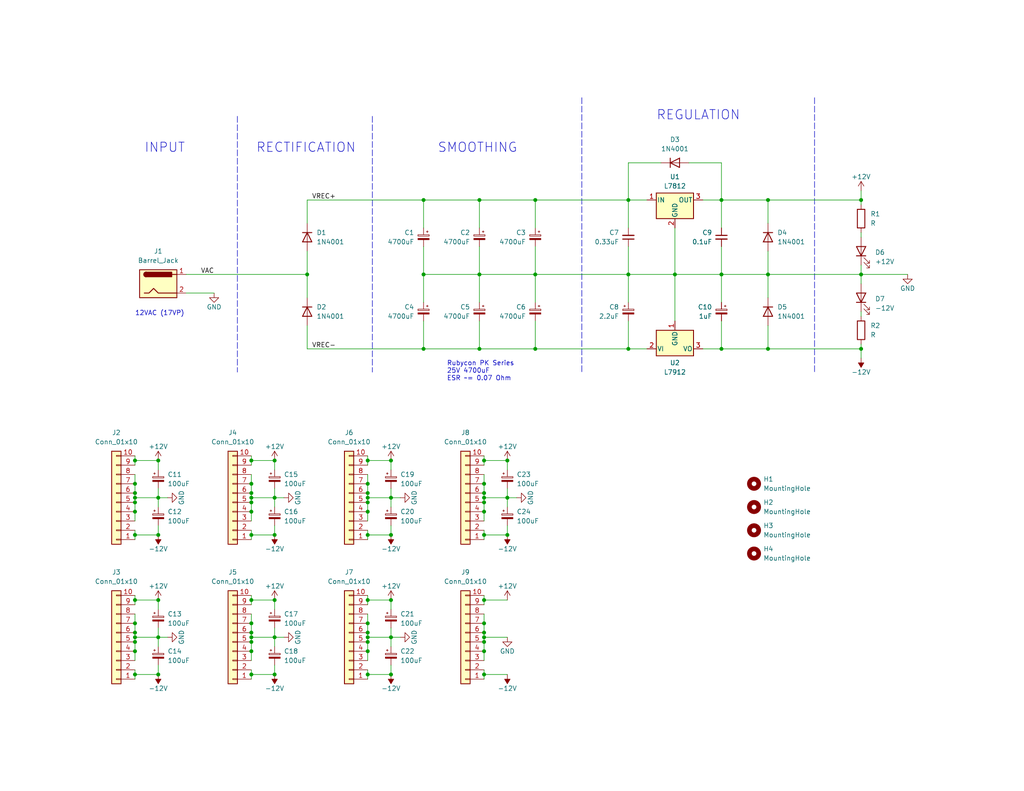
<source format=kicad_sch>
(kicad_sch (version 20211123) (generator eeschema)

  (uuid e63e39d7-6ac0-4ffd-8aa3-1841a4541b55)

  (paper "USLetter")

  (lib_symbols
    (symbol "Connector:Barrel_Jack" (pin_names (offset 1.016)) (in_bom yes) (on_board yes)
      (property "Reference" "J" (id 0) (at 0 5.334 0)
        (effects (font (size 1.27 1.27)))
      )
      (property "Value" "Barrel_Jack" (id 1) (at 0 -5.08 0)
        (effects (font (size 1.27 1.27)))
      )
      (property "Footprint" "" (id 2) (at 1.27 -1.016 0)
        (effects (font (size 1.27 1.27)) hide)
      )
      (property "Datasheet" "~" (id 3) (at 1.27 -1.016 0)
        (effects (font (size 1.27 1.27)) hide)
      )
      (property "ki_keywords" "DC power barrel jack connector" (id 4) (at 0 0 0)
        (effects (font (size 1.27 1.27)) hide)
      )
      (property "ki_description" "DC Barrel Jack" (id 5) (at 0 0 0)
        (effects (font (size 1.27 1.27)) hide)
      )
      (property "ki_fp_filters" "BarrelJack*" (id 6) (at 0 0 0)
        (effects (font (size 1.27 1.27)) hide)
      )
      (symbol "Barrel_Jack_0_1"
        (rectangle (start -5.08 3.81) (end 5.08 -3.81)
          (stroke (width 0.254) (type default) (color 0 0 0 0))
          (fill (type background))
        )
        (arc (start -3.302 3.175) (mid -3.937 2.54) (end -3.302 1.905)
          (stroke (width 0.254) (type default) (color 0 0 0 0))
          (fill (type none))
        )
        (arc (start -3.302 3.175) (mid -3.937 2.54) (end -3.302 1.905)
          (stroke (width 0.254) (type default) (color 0 0 0 0))
          (fill (type outline))
        )
        (polyline
          (pts
            (xy 5.08 2.54)
            (xy 3.81 2.54)
          )
          (stroke (width 0.254) (type default) (color 0 0 0 0))
          (fill (type none))
        )
        (polyline
          (pts
            (xy -3.81 -2.54)
            (xy -2.54 -2.54)
            (xy -1.27 -1.27)
            (xy 0 -2.54)
            (xy 2.54 -2.54)
            (xy 5.08 -2.54)
          )
          (stroke (width 0.254) (type default) (color 0 0 0 0))
          (fill (type none))
        )
        (rectangle (start 3.683 3.175) (end -3.302 1.905)
          (stroke (width 0.254) (type default) (color 0 0 0 0))
          (fill (type outline))
        )
      )
      (symbol "Barrel_Jack_1_1"
        (pin passive line (at 7.62 2.54 180) (length 2.54)
          (name "~" (effects (font (size 1.27 1.27))))
          (number "1" (effects (font (size 1.27 1.27))))
        )
        (pin passive line (at 7.62 -2.54 180) (length 2.54)
          (name "~" (effects (font (size 1.27 1.27))))
          (number "2" (effects (font (size 1.27 1.27))))
        )
      )
    )
    (symbol "Connector_Generic:Conn_01x10" (pin_names (offset 1.016) hide) (in_bom yes) (on_board yes)
      (property "Reference" "J" (id 0) (at 0 12.7 0)
        (effects (font (size 1.27 1.27)))
      )
      (property "Value" "Conn_01x10" (id 1) (at 0 -15.24 0)
        (effects (font (size 1.27 1.27)))
      )
      (property "Footprint" "" (id 2) (at 0 0 0)
        (effects (font (size 1.27 1.27)) hide)
      )
      (property "Datasheet" "~" (id 3) (at 0 0 0)
        (effects (font (size 1.27 1.27)) hide)
      )
      (property "ki_keywords" "connector" (id 4) (at 0 0 0)
        (effects (font (size 1.27 1.27)) hide)
      )
      (property "ki_description" "Generic connector, single row, 01x10, script generated (kicad-library-utils/schlib/autogen/connector/)" (id 5) (at 0 0 0)
        (effects (font (size 1.27 1.27)) hide)
      )
      (property "ki_fp_filters" "Connector*:*_1x??_*" (id 6) (at 0 0 0)
        (effects (font (size 1.27 1.27)) hide)
      )
      (symbol "Conn_01x10_1_1"
        (rectangle (start -1.27 -12.573) (end 0 -12.827)
          (stroke (width 0.1524) (type default) (color 0 0 0 0))
          (fill (type none))
        )
        (rectangle (start -1.27 -10.033) (end 0 -10.287)
          (stroke (width 0.1524) (type default) (color 0 0 0 0))
          (fill (type none))
        )
        (rectangle (start -1.27 -7.493) (end 0 -7.747)
          (stroke (width 0.1524) (type default) (color 0 0 0 0))
          (fill (type none))
        )
        (rectangle (start -1.27 -4.953) (end 0 -5.207)
          (stroke (width 0.1524) (type default) (color 0 0 0 0))
          (fill (type none))
        )
        (rectangle (start -1.27 -2.413) (end 0 -2.667)
          (stroke (width 0.1524) (type default) (color 0 0 0 0))
          (fill (type none))
        )
        (rectangle (start -1.27 0.127) (end 0 -0.127)
          (stroke (width 0.1524) (type default) (color 0 0 0 0))
          (fill (type none))
        )
        (rectangle (start -1.27 2.667) (end 0 2.413)
          (stroke (width 0.1524) (type default) (color 0 0 0 0))
          (fill (type none))
        )
        (rectangle (start -1.27 5.207) (end 0 4.953)
          (stroke (width 0.1524) (type default) (color 0 0 0 0))
          (fill (type none))
        )
        (rectangle (start -1.27 7.747) (end 0 7.493)
          (stroke (width 0.1524) (type default) (color 0 0 0 0))
          (fill (type none))
        )
        (rectangle (start -1.27 10.287) (end 0 10.033)
          (stroke (width 0.1524) (type default) (color 0 0 0 0))
          (fill (type none))
        )
        (rectangle (start -1.27 11.43) (end 1.27 -13.97)
          (stroke (width 0.254) (type default) (color 0 0 0 0))
          (fill (type background))
        )
        (pin passive line (at -5.08 10.16 0) (length 3.81)
          (name "Pin_1" (effects (font (size 1.27 1.27))))
          (number "1" (effects (font (size 1.27 1.27))))
        )
        (pin passive line (at -5.08 -12.7 0) (length 3.81)
          (name "Pin_10" (effects (font (size 1.27 1.27))))
          (number "10" (effects (font (size 1.27 1.27))))
        )
        (pin passive line (at -5.08 7.62 0) (length 3.81)
          (name "Pin_2" (effects (font (size 1.27 1.27))))
          (number "2" (effects (font (size 1.27 1.27))))
        )
        (pin passive line (at -5.08 5.08 0) (length 3.81)
          (name "Pin_3" (effects (font (size 1.27 1.27))))
          (number "3" (effects (font (size 1.27 1.27))))
        )
        (pin passive line (at -5.08 2.54 0) (length 3.81)
          (name "Pin_4" (effects (font (size 1.27 1.27))))
          (number "4" (effects (font (size 1.27 1.27))))
        )
        (pin passive line (at -5.08 0 0) (length 3.81)
          (name "Pin_5" (effects (font (size 1.27 1.27))))
          (number "5" (effects (font (size 1.27 1.27))))
        )
        (pin passive line (at -5.08 -2.54 0) (length 3.81)
          (name "Pin_6" (effects (font (size 1.27 1.27))))
          (number "6" (effects (font (size 1.27 1.27))))
        )
        (pin passive line (at -5.08 -5.08 0) (length 3.81)
          (name "Pin_7" (effects (font (size 1.27 1.27))))
          (number "7" (effects (font (size 1.27 1.27))))
        )
        (pin passive line (at -5.08 -7.62 0) (length 3.81)
          (name "Pin_8" (effects (font (size 1.27 1.27))))
          (number "8" (effects (font (size 1.27 1.27))))
        )
        (pin passive line (at -5.08 -10.16 0) (length 3.81)
          (name "Pin_9" (effects (font (size 1.27 1.27))))
          (number "9" (effects (font (size 1.27 1.27))))
        )
      )
    )
    (symbol "Device:C_Polarized_Small" (pin_numbers hide) (pin_names (offset 0.254) hide) (in_bom yes) (on_board yes)
      (property "Reference" "C" (id 0) (at 0.254 1.778 0)
        (effects (font (size 1.27 1.27)) (justify left))
      )
      (property "Value" "C_Polarized_Small" (id 1) (at 0.254 -2.032 0)
        (effects (font (size 1.27 1.27)) (justify left))
      )
      (property "Footprint" "" (id 2) (at 0 0 0)
        (effects (font (size 1.27 1.27)) hide)
      )
      (property "Datasheet" "~" (id 3) (at 0 0 0)
        (effects (font (size 1.27 1.27)) hide)
      )
      (property "ki_keywords" "cap capacitor" (id 4) (at 0 0 0)
        (effects (font (size 1.27 1.27)) hide)
      )
      (property "ki_description" "Polarized capacitor, small symbol" (id 5) (at 0 0 0)
        (effects (font (size 1.27 1.27)) hide)
      )
      (property "ki_fp_filters" "CP_*" (id 6) (at 0 0 0)
        (effects (font (size 1.27 1.27)) hide)
      )
      (symbol "C_Polarized_Small_0_1"
        (rectangle (start -1.524 -0.3048) (end 1.524 -0.6858)
          (stroke (width 0) (type default) (color 0 0 0 0))
          (fill (type outline))
        )
        (rectangle (start -1.524 0.6858) (end 1.524 0.3048)
          (stroke (width 0) (type default) (color 0 0 0 0))
          (fill (type none))
        )
        (polyline
          (pts
            (xy -1.27 1.524)
            (xy -0.762 1.524)
          )
          (stroke (width 0) (type default) (color 0 0 0 0))
          (fill (type none))
        )
        (polyline
          (pts
            (xy -1.016 1.27)
            (xy -1.016 1.778)
          )
          (stroke (width 0) (type default) (color 0 0 0 0))
          (fill (type none))
        )
      )
      (symbol "C_Polarized_Small_1_1"
        (pin passive line (at 0 2.54 270) (length 1.8542)
          (name "~" (effects (font (size 1.27 1.27))))
          (number "1" (effects (font (size 1.27 1.27))))
        )
        (pin passive line (at 0 -2.54 90) (length 1.8542)
          (name "~" (effects (font (size 1.27 1.27))))
          (number "2" (effects (font (size 1.27 1.27))))
        )
      )
    )
    (symbol "Device:C_Small" (pin_numbers hide) (pin_names (offset 0.254) hide) (in_bom yes) (on_board yes)
      (property "Reference" "C" (id 0) (at 0.254 1.778 0)
        (effects (font (size 1.27 1.27)) (justify left))
      )
      (property "Value" "C_Small" (id 1) (at 0.254 -2.032 0)
        (effects (font (size 1.27 1.27)) (justify left))
      )
      (property "Footprint" "" (id 2) (at 0 0 0)
        (effects (font (size 1.27 1.27)) hide)
      )
      (property "Datasheet" "~" (id 3) (at 0 0 0)
        (effects (font (size 1.27 1.27)) hide)
      )
      (property "ki_keywords" "capacitor cap" (id 4) (at 0 0 0)
        (effects (font (size 1.27 1.27)) hide)
      )
      (property "ki_description" "Unpolarized capacitor, small symbol" (id 5) (at 0 0 0)
        (effects (font (size 1.27 1.27)) hide)
      )
      (property "ki_fp_filters" "C_*" (id 6) (at 0 0 0)
        (effects (font (size 1.27 1.27)) hide)
      )
      (symbol "C_Small_0_1"
        (polyline
          (pts
            (xy -1.524 -0.508)
            (xy 1.524 -0.508)
          )
          (stroke (width 0.3302) (type default) (color 0 0 0 0))
          (fill (type none))
        )
        (polyline
          (pts
            (xy -1.524 0.508)
            (xy 1.524 0.508)
          )
          (stroke (width 0.3048) (type default) (color 0 0 0 0))
          (fill (type none))
        )
      )
      (symbol "C_Small_1_1"
        (pin passive line (at 0 2.54 270) (length 2.032)
          (name "~" (effects (font (size 1.27 1.27))))
          (number "1" (effects (font (size 1.27 1.27))))
        )
        (pin passive line (at 0 -2.54 90) (length 2.032)
          (name "~" (effects (font (size 1.27 1.27))))
          (number "2" (effects (font (size 1.27 1.27))))
        )
      )
    )
    (symbol "Device:LED" (pin_numbers hide) (pin_names (offset 1.016) hide) (in_bom yes) (on_board yes)
      (property "Reference" "D" (id 0) (at 0 2.54 0)
        (effects (font (size 1.27 1.27)))
      )
      (property "Value" "LED" (id 1) (at 0 -2.54 0)
        (effects (font (size 1.27 1.27)))
      )
      (property "Footprint" "" (id 2) (at 0 0 0)
        (effects (font (size 1.27 1.27)) hide)
      )
      (property "Datasheet" "~" (id 3) (at 0 0 0)
        (effects (font (size 1.27 1.27)) hide)
      )
      (property "ki_keywords" "LED diode" (id 4) (at 0 0 0)
        (effects (font (size 1.27 1.27)) hide)
      )
      (property "ki_description" "Light emitting diode" (id 5) (at 0 0 0)
        (effects (font (size 1.27 1.27)) hide)
      )
      (property "ki_fp_filters" "LED* LED_SMD:* LED_THT:*" (id 6) (at 0 0 0)
        (effects (font (size 1.27 1.27)) hide)
      )
      (symbol "LED_0_1"
        (polyline
          (pts
            (xy -1.27 -1.27)
            (xy -1.27 1.27)
          )
          (stroke (width 0.254) (type default) (color 0 0 0 0))
          (fill (type none))
        )
        (polyline
          (pts
            (xy -1.27 0)
            (xy 1.27 0)
          )
          (stroke (width 0) (type default) (color 0 0 0 0))
          (fill (type none))
        )
        (polyline
          (pts
            (xy 1.27 -1.27)
            (xy 1.27 1.27)
            (xy -1.27 0)
            (xy 1.27 -1.27)
          )
          (stroke (width 0.254) (type default) (color 0 0 0 0))
          (fill (type none))
        )
        (polyline
          (pts
            (xy -3.048 -0.762)
            (xy -4.572 -2.286)
            (xy -3.81 -2.286)
            (xy -4.572 -2.286)
            (xy -4.572 -1.524)
          )
          (stroke (width 0) (type default) (color 0 0 0 0))
          (fill (type none))
        )
        (polyline
          (pts
            (xy -1.778 -0.762)
            (xy -3.302 -2.286)
            (xy -2.54 -2.286)
            (xy -3.302 -2.286)
            (xy -3.302 -1.524)
          )
          (stroke (width 0) (type default) (color 0 0 0 0))
          (fill (type none))
        )
      )
      (symbol "LED_1_1"
        (pin passive line (at -3.81 0 0) (length 2.54)
          (name "K" (effects (font (size 1.27 1.27))))
          (number "1" (effects (font (size 1.27 1.27))))
        )
        (pin passive line (at 3.81 0 180) (length 2.54)
          (name "A" (effects (font (size 1.27 1.27))))
          (number "2" (effects (font (size 1.27 1.27))))
        )
      )
    )
    (symbol "Device:R" (pin_numbers hide) (pin_names (offset 0)) (in_bom yes) (on_board yes)
      (property "Reference" "R" (id 0) (at 2.032 0 90)
        (effects (font (size 1.27 1.27)))
      )
      (property "Value" "R" (id 1) (at 0 0 90)
        (effects (font (size 1.27 1.27)))
      )
      (property "Footprint" "" (id 2) (at -1.778 0 90)
        (effects (font (size 1.27 1.27)) hide)
      )
      (property "Datasheet" "~" (id 3) (at 0 0 0)
        (effects (font (size 1.27 1.27)) hide)
      )
      (property "ki_keywords" "R res resistor" (id 4) (at 0 0 0)
        (effects (font (size 1.27 1.27)) hide)
      )
      (property "ki_description" "Resistor" (id 5) (at 0 0 0)
        (effects (font (size 1.27 1.27)) hide)
      )
      (property "ki_fp_filters" "R_*" (id 6) (at 0 0 0)
        (effects (font (size 1.27 1.27)) hide)
      )
      (symbol "R_0_1"
        (rectangle (start -1.016 -2.54) (end 1.016 2.54)
          (stroke (width 0.254) (type default) (color 0 0 0 0))
          (fill (type none))
        )
      )
      (symbol "R_1_1"
        (pin passive line (at 0 3.81 270) (length 1.27)
          (name "~" (effects (font (size 1.27 1.27))))
          (number "1" (effects (font (size 1.27 1.27))))
        )
        (pin passive line (at 0 -3.81 90) (length 1.27)
          (name "~" (effects (font (size 1.27 1.27))))
          (number "2" (effects (font (size 1.27 1.27))))
        )
      )
    )
    (symbol "Diode:1N4001" (pin_numbers hide) (pin_names (offset 1.016) hide) (in_bom yes) (on_board yes)
      (property "Reference" "D" (id 0) (at 0 2.54 0)
        (effects (font (size 1.27 1.27)))
      )
      (property "Value" "1N4001" (id 1) (at 0 -2.54 0)
        (effects (font (size 1.27 1.27)))
      )
      (property "Footprint" "Diode_THT:D_DO-41_SOD81_P10.16mm_Horizontal" (id 2) (at 0 -4.445 0)
        (effects (font (size 1.27 1.27)) hide)
      )
      (property "Datasheet" "http://www.vishay.com/docs/88503/1n4001.pdf" (id 3) (at 0 0 0)
        (effects (font (size 1.27 1.27)) hide)
      )
      (property "ki_keywords" "diode" (id 4) (at 0 0 0)
        (effects (font (size 1.27 1.27)) hide)
      )
      (property "ki_description" "50V 1A General Purpose Rectifier Diode, DO-41" (id 5) (at 0 0 0)
        (effects (font (size 1.27 1.27)) hide)
      )
      (property "ki_fp_filters" "D*DO?41*" (id 6) (at 0 0 0)
        (effects (font (size 1.27 1.27)) hide)
      )
      (symbol "1N4001_0_1"
        (polyline
          (pts
            (xy -1.27 1.27)
            (xy -1.27 -1.27)
          )
          (stroke (width 0.254) (type default) (color 0 0 0 0))
          (fill (type none))
        )
        (polyline
          (pts
            (xy 1.27 0)
            (xy -1.27 0)
          )
          (stroke (width 0) (type default) (color 0 0 0 0))
          (fill (type none))
        )
        (polyline
          (pts
            (xy 1.27 1.27)
            (xy 1.27 -1.27)
            (xy -1.27 0)
            (xy 1.27 1.27)
          )
          (stroke (width 0.254) (type default) (color 0 0 0 0))
          (fill (type none))
        )
      )
      (symbol "1N4001_1_1"
        (pin passive line (at -3.81 0 0) (length 2.54)
          (name "K" (effects (font (size 1.27 1.27))))
          (number "1" (effects (font (size 1.27 1.27))))
        )
        (pin passive line (at 3.81 0 180) (length 2.54)
          (name "A" (effects (font (size 1.27 1.27))))
          (number "2" (effects (font (size 1.27 1.27))))
        )
      )
    )
    (symbol "Mechanical:MountingHole" (pin_names (offset 1.016)) (in_bom yes) (on_board yes)
      (property "Reference" "H" (id 0) (at 0 5.08 0)
        (effects (font (size 1.27 1.27)))
      )
      (property "Value" "MountingHole" (id 1) (at 0 3.175 0)
        (effects (font (size 1.27 1.27)))
      )
      (property "Footprint" "" (id 2) (at 0 0 0)
        (effects (font (size 1.27 1.27)) hide)
      )
      (property "Datasheet" "~" (id 3) (at 0 0 0)
        (effects (font (size 1.27 1.27)) hide)
      )
      (property "ki_keywords" "mounting hole" (id 4) (at 0 0 0)
        (effects (font (size 1.27 1.27)) hide)
      )
      (property "ki_description" "Mounting Hole without connection" (id 5) (at 0 0 0)
        (effects (font (size 1.27 1.27)) hide)
      )
      (property "ki_fp_filters" "MountingHole*" (id 6) (at 0 0 0)
        (effects (font (size 1.27 1.27)) hide)
      )
      (symbol "MountingHole_0_1"
        (circle (center 0 0) (radius 1.27)
          (stroke (width 1.27) (type default) (color 0 0 0 0))
          (fill (type none))
        )
      )
    )
    (symbol "Regulator_Linear:L7812" (pin_names (offset 0.254)) (in_bom yes) (on_board yes)
      (property "Reference" "U" (id 0) (at -3.81 3.175 0)
        (effects (font (size 1.27 1.27)))
      )
      (property "Value" "L7812" (id 1) (at 0 3.175 0)
        (effects (font (size 1.27 1.27)) (justify left))
      )
      (property "Footprint" "" (id 2) (at 0.635 -3.81 0)
        (effects (font (size 1.27 1.27) italic) (justify left) hide)
      )
      (property "Datasheet" "http://www.st.com/content/ccc/resource/technical/document/datasheet/41/4f/b3/b0/12/d4/47/88/CD00000444.pdf/files/CD00000444.pdf/jcr:content/translations/en.CD00000444.pdf" (id 3) (at 0 -1.27 0)
        (effects (font (size 1.27 1.27)) hide)
      )
      (property "ki_keywords" "Voltage Regulator 1.5A Positive" (id 4) (at 0 0 0)
        (effects (font (size 1.27 1.27)) hide)
      )
      (property "ki_description" "Positive 1.5A 35V Linear Regulator, Fixed Output 12V, TO-220/TO-263/TO-252" (id 5) (at 0 0 0)
        (effects (font (size 1.27 1.27)) hide)
      )
      (property "ki_fp_filters" "TO?252* TO?263* TO?220*" (id 6) (at 0 0 0)
        (effects (font (size 1.27 1.27)) hide)
      )
      (symbol "L7812_0_1"
        (rectangle (start -5.08 1.905) (end 5.08 -5.08)
          (stroke (width 0.254) (type default) (color 0 0 0 0))
          (fill (type background))
        )
      )
      (symbol "L7812_1_1"
        (pin power_in line (at -7.62 0 0) (length 2.54)
          (name "IN" (effects (font (size 1.27 1.27))))
          (number "1" (effects (font (size 1.27 1.27))))
        )
        (pin power_in line (at 0 -7.62 90) (length 2.54)
          (name "GND" (effects (font (size 1.27 1.27))))
          (number "2" (effects (font (size 1.27 1.27))))
        )
        (pin power_out line (at 7.62 0 180) (length 2.54)
          (name "OUT" (effects (font (size 1.27 1.27))))
          (number "3" (effects (font (size 1.27 1.27))))
        )
      )
    )
    (symbol "Regulator_Linear:L7912" (pin_names (offset 0.254)) (in_bom yes) (on_board yes)
      (property "Reference" "U" (id 0) (at -3.81 -3.175 0)
        (effects (font (size 1.27 1.27)))
      )
      (property "Value" "L7912" (id 1) (at 0 -3.175 0)
        (effects (font (size 1.27 1.27)) (justify left))
      )
      (property "Footprint" "" (id 2) (at 0 -5.08 0)
        (effects (font (size 1.27 1.27) italic) hide)
      )
      (property "Datasheet" "http://www.st.com/content/ccc/resource/technical/document/datasheet/c9/16/86/41/c7/2b/45/f2/CD00000450.pdf/files/CD00000450.pdf/jcr:content/translations/en.CD00000450.pdf" (id 3) (at 0 0 0)
        (effects (font (size 1.27 1.27)) hide)
      )
      (property "ki_keywords" "Voltage Regulator 1.5A Negative" (id 4) (at 0 0 0)
        (effects (font (size 1.27 1.27)) hide)
      )
      (property "ki_description" "Negative 1.5A 35V Linear Regulator, Fixed Output -12V, TO-220/TO-263" (id 5) (at 0 0 0)
        (effects (font (size 1.27 1.27)) hide)
      )
      (property "ki_fp_filters" "TO?220* TO?263*" (id 6) (at 0 0 0)
        (effects (font (size 1.27 1.27)) hide)
      )
      (symbol "L7912_0_1"
        (rectangle (start -5.08 5.08) (end 5.08 -1.905)
          (stroke (width 0.254) (type default) (color 0 0 0 0))
          (fill (type background))
        )
      )
      (symbol "L7912_1_1"
        (pin power_in line (at 0 7.62 270) (length 2.54)
          (name "GND" (effects (font (size 1.27 1.27))))
          (number "1" (effects (font (size 1.27 1.27))))
        )
        (pin power_in line (at -7.62 0 0) (length 2.54)
          (name "VI" (effects (font (size 1.27 1.27))))
          (number "2" (effects (font (size 1.27 1.27))))
        )
        (pin power_out line (at 7.62 0 180) (length 2.54)
          (name "VO" (effects (font (size 1.27 1.27))))
          (number "3" (effects (font (size 1.27 1.27))))
        )
      )
    )
    (symbol "power:+12V" (power) (pin_names (offset 0)) (in_bom yes) (on_board yes)
      (property "Reference" "#PWR" (id 0) (at 0 -3.81 0)
        (effects (font (size 1.27 1.27)) hide)
      )
      (property "Value" "+12V" (id 1) (at 0 3.556 0)
        (effects (font (size 1.27 1.27)))
      )
      (property "Footprint" "" (id 2) (at 0 0 0)
        (effects (font (size 1.27 1.27)) hide)
      )
      (property "Datasheet" "" (id 3) (at 0 0 0)
        (effects (font (size 1.27 1.27)) hide)
      )
      (property "ki_keywords" "power-flag" (id 4) (at 0 0 0)
        (effects (font (size 1.27 1.27)) hide)
      )
      (property "ki_description" "Power symbol creates a global label with name \"+12V\"" (id 5) (at 0 0 0)
        (effects (font (size 1.27 1.27)) hide)
      )
      (symbol "+12V_0_1"
        (polyline
          (pts
            (xy -0.762 1.27)
            (xy 0 2.54)
          )
          (stroke (width 0) (type default) (color 0 0 0 0))
          (fill (type none))
        )
        (polyline
          (pts
            (xy 0 0)
            (xy 0 2.54)
          )
          (stroke (width 0) (type default) (color 0 0 0 0))
          (fill (type none))
        )
        (polyline
          (pts
            (xy 0 2.54)
            (xy 0.762 1.27)
          )
          (stroke (width 0) (type default) (color 0 0 0 0))
          (fill (type none))
        )
      )
      (symbol "+12V_1_1"
        (pin power_in line (at 0 0 90) (length 0) hide
          (name "+12V" (effects (font (size 1.27 1.27))))
          (number "1" (effects (font (size 1.27 1.27))))
        )
      )
    )
    (symbol "power:-12V" (power) (pin_names (offset 0)) (in_bom yes) (on_board yes)
      (property "Reference" "#PWR" (id 0) (at 0 2.54 0)
        (effects (font (size 1.27 1.27)) hide)
      )
      (property "Value" "-12V" (id 1) (at 0 3.81 0)
        (effects (font (size 1.27 1.27)))
      )
      (property "Footprint" "" (id 2) (at 0 0 0)
        (effects (font (size 1.27 1.27)) hide)
      )
      (property "Datasheet" "" (id 3) (at 0 0 0)
        (effects (font (size 1.27 1.27)) hide)
      )
      (property "ki_keywords" "power-flag" (id 4) (at 0 0 0)
        (effects (font (size 1.27 1.27)) hide)
      )
      (property "ki_description" "Power symbol creates a global label with name \"-12V\"" (id 5) (at 0 0 0)
        (effects (font (size 1.27 1.27)) hide)
      )
      (symbol "-12V_0_0"
        (pin power_in line (at 0 0 90) (length 0) hide
          (name "-12V" (effects (font (size 1.27 1.27))))
          (number "1" (effects (font (size 1.27 1.27))))
        )
      )
      (symbol "-12V_0_1"
        (polyline
          (pts
            (xy 0 0)
            (xy 0 1.27)
            (xy 0.762 1.27)
            (xy 0 2.54)
            (xy -0.762 1.27)
            (xy 0 1.27)
          )
          (stroke (width 0) (type default) (color 0 0 0 0))
          (fill (type outline))
        )
      )
    )
    (symbol "power:GND" (power) (pin_names (offset 0)) (in_bom yes) (on_board yes)
      (property "Reference" "#PWR" (id 0) (at 0 -6.35 0)
        (effects (font (size 1.27 1.27)) hide)
      )
      (property "Value" "GND" (id 1) (at 0 -3.81 0)
        (effects (font (size 1.27 1.27)))
      )
      (property "Footprint" "" (id 2) (at 0 0 0)
        (effects (font (size 1.27 1.27)) hide)
      )
      (property "Datasheet" "" (id 3) (at 0 0 0)
        (effects (font (size 1.27 1.27)) hide)
      )
      (property "ki_keywords" "power-flag" (id 4) (at 0 0 0)
        (effects (font (size 1.27 1.27)) hide)
      )
      (property "ki_description" "Power symbol creates a global label with name \"GND\" , ground" (id 5) (at 0 0 0)
        (effects (font (size 1.27 1.27)) hide)
      )
      (symbol "GND_0_1"
        (polyline
          (pts
            (xy 0 0)
            (xy 0 -1.27)
            (xy 1.27 -1.27)
            (xy 0 -2.54)
            (xy -1.27 -1.27)
            (xy 0 -1.27)
          )
          (stroke (width 0) (type default) (color 0 0 0 0))
          (fill (type none))
        )
      )
      (symbol "GND_1_1"
        (pin power_in line (at 0 0 270) (length 0) hide
          (name "GND" (effects (font (size 1.27 1.27))))
          (number "1" (effects (font (size 1.27 1.27))))
        )
      )
    )
  )

  (junction (at 234.95 54.61) (diameter 0) (color 0 0 0 0)
    (uuid 01527dd5-0288-40b0-919f-f4f764fcfb59)
  )
  (junction (at 68.58 172.72) (diameter 0) (color 0 0 0 0)
    (uuid 028ca4fe-8e35-4804-b61e-92285b71676d)
  )
  (junction (at 146.05 95.25) (diameter 0) (color 0 0 0 0)
    (uuid 02972456-a240-42eb-9d6a-d7b3e3d8a5bf)
  )
  (junction (at 209.55 95.25) (diameter 0) (color 0 0 0 0)
    (uuid 04887749-ccfb-4cae-aa67-99d42105b645)
  )
  (junction (at 68.58 139.7) (diameter 0) (color 0 0 0 0)
    (uuid 08cfa7e7-df59-4777-b548-c9c459922866)
  )
  (junction (at 106.68 125.73) (diameter 0) (color 0 0 0 0)
    (uuid 0ba6610d-71d8-4f48-bce8-9227ab3c6e93)
  )
  (junction (at 36.83 172.72) (diameter 0) (color 0 0 0 0)
    (uuid 0d25e6c0-667b-439b-a164-550e7bbd1dfa)
  )
  (junction (at 100.33 134.62) (diameter 0) (color 0 0 0 0)
    (uuid 0e7b9a9d-09a1-4256-a5cb-b469e8a07677)
  )
  (junction (at 100.33 172.72) (diameter 0) (color 0 0 0 0)
    (uuid 1125f626-31a8-4c15-a457-34bafe0f7a8a)
  )
  (junction (at 36.83 139.7) (diameter 0) (color 0 0 0 0)
    (uuid 11a24927-4dac-4787-9d0d-a987e78db510)
  )
  (junction (at 100.33 170.18) (diameter 0) (color 0 0 0 0)
    (uuid 142e5f55-6452-4b00-9591-b5f4407968b3)
  )
  (junction (at 74.93 146.05) (diameter 0) (color 0 0 0 0)
    (uuid 162a72a5-bd2a-4f35-bbc2-4bd7176ed7db)
  )
  (junction (at 196.85 54.61) (diameter 0) (color 0 0 0 0)
    (uuid 1639c36b-f33d-4149-bbd3-a368bdc9d935)
  )
  (junction (at 100.33 139.7) (diameter 0) (color 0 0 0 0)
    (uuid 186e722e-8a58-4354-8945-efc88dc8a2f2)
  )
  (junction (at 115.57 54.61) (diameter 0) (color 0 0 0 0)
    (uuid 1d27ed45-e96a-445d-8036-6ef1f08ebbc2)
  )
  (junction (at 115.57 74.93) (diameter 0) (color 0 0 0 0)
    (uuid 24b3a34e-42d1-4a90-b4cb-631ac326c666)
  )
  (junction (at 132.08 134.62) (diameter 0) (color 0 0 0 0)
    (uuid 292c69ac-72a0-41cf-bfca-fbdfdf0c088c)
  )
  (junction (at 132.08 125.73) (diameter 0) (color 0 0 0 0)
    (uuid 2be88ab8-7f3a-43b4-9e38-2cef1882604a)
  )
  (junction (at 43.18 173.99) (diameter 0) (color 0 0 0 0)
    (uuid 2d0bdd68-ee66-4392-881b-21f0114076fe)
  )
  (junction (at 36.83 125.73) (diameter 0) (color 0 0 0 0)
    (uuid 2e56cfb4-35bc-404e-9c72-2d46348a3a3e)
  )
  (junction (at 130.81 95.25) (diameter 0) (color 0 0 0 0)
    (uuid 2f0e974d-d007-4afb-82a1-198344ad1d27)
  )
  (junction (at 100.33 175.26) (diameter 0) (color 0 0 0 0)
    (uuid 30b5c893-53ec-4ec6-914d-fe8f035ded08)
  )
  (junction (at 100.33 163.83) (diameter 0) (color 0 0 0 0)
    (uuid 31d3ce56-c89d-4db6-9ed0-38a122e0c3f9)
  )
  (junction (at 209.55 74.93) (diameter 0) (color 0 0 0 0)
    (uuid 33173f15-adb5-409c-b1eb-1ab11c58c01c)
  )
  (junction (at 74.93 163.83) (diameter 0) (color 0 0 0 0)
    (uuid 3874d801-8852-47c0-8151-48bd60b5cf00)
  )
  (junction (at 43.18 135.89) (diameter 0) (color 0 0 0 0)
    (uuid 3bdf0cef-17e5-4577-ae96-0a61d42dd804)
  )
  (junction (at 36.83 173.99) (diameter 0) (color 0 0 0 0)
    (uuid 3c115ad2-a868-4ca9-83dc-6dac9ee80bcf)
  )
  (junction (at 132.08 132.08) (diameter 0) (color 0 0 0 0)
    (uuid 3f19ef1b-7976-4415-a399-0c11364a4b9c)
  )
  (junction (at 138.43 125.73) (diameter 0) (color 0 0 0 0)
    (uuid 411a233c-707e-4c7b-9bd7-fbc71c5e99c9)
  )
  (junction (at 106.68 146.05) (diameter 0) (color 0 0 0 0)
    (uuid 435c503a-b0a4-4e87-a419-b51b476eb39c)
  )
  (junction (at 132.08 172.72) (diameter 0) (color 0 0 0 0)
    (uuid 492e8db6-bfe8-4a5e-a1a1-4ae1b99fad50)
  )
  (junction (at 171.45 95.25) (diameter 0) (color 0 0 0 0)
    (uuid 4de05f80-5e12-4876-ac39-c23cfe7502e2)
  )
  (junction (at 36.83 163.83) (diameter 0) (color 0 0 0 0)
    (uuid 5141d1a3-d260-4947-8f9d-20aaba6fb61c)
  )
  (junction (at 43.18 184.15) (diameter 0) (color 0 0 0 0)
    (uuid 52bd4a16-e44d-4ea0-8812-208d94551302)
  )
  (junction (at 68.58 135.89) (diameter 0) (color 0 0 0 0)
    (uuid 52e11ef1-c656-45d8-9379-1c00790b05aa)
  )
  (junction (at 234.95 95.25) (diameter 0) (color 0 0 0 0)
    (uuid 537df87d-f86b-4cef-9030-8c6e7f0867c5)
  )
  (junction (at 36.83 134.62) (diameter 0) (color 0 0 0 0)
    (uuid 5a13b913-fab0-46c9-a73d-25b4d6e0dab9)
  )
  (junction (at 100.33 184.15) (diameter 0) (color 0 0 0 0)
    (uuid 60d7336f-a145-4b30-a3ab-74c05b312c85)
  )
  (junction (at 100.33 132.08) (diameter 0) (color 0 0 0 0)
    (uuid 6369e754-814e-4fe5-9370-4d6eadb3f60d)
  )
  (junction (at 100.33 137.16) (diameter 0) (color 0 0 0 0)
    (uuid 65dd7b80-51fb-4d6e-b57b-c2c3cd981b7b)
  )
  (junction (at 36.83 175.26) (diameter 0) (color 0 0 0 0)
    (uuid 6ae06f84-0924-48f7-8c3a-09745d69892f)
  )
  (junction (at 74.93 184.15) (diameter 0) (color 0 0 0 0)
    (uuid 710695fb-d272-4f19-a3f4-6c560325e2b1)
  )
  (junction (at 138.43 135.89) (diameter 0) (color 0 0 0 0)
    (uuid 74b7e119-a9c2-4ae6-8640-79912af28b81)
  )
  (junction (at 100.33 173.99) (diameter 0) (color 0 0 0 0)
    (uuid 7ac3e070-ac8b-46be-80a2-b5aa340a84af)
  )
  (junction (at 196.85 74.93) (diameter 0) (color 0 0 0 0)
    (uuid 7b2474d1-23ed-4240-b5e6-a6a50b40aef7)
  )
  (junction (at 36.83 170.18) (diameter 0) (color 0 0 0 0)
    (uuid 7bd8d8f7-8e46-4c38-b0ea-e256ea8d82b3)
  )
  (junction (at 132.08 139.7) (diameter 0) (color 0 0 0 0)
    (uuid 7e746749-cd0f-40b5-b30f-024b4fff7bf1)
  )
  (junction (at 132.08 177.8) (diameter 0) (color 0 0 0 0)
    (uuid 7ee8d0ef-af51-4e91-aabb-c6d4a656f9e9)
  )
  (junction (at 36.83 146.05) (diameter 0) (color 0 0 0 0)
    (uuid 7ef3e87c-f126-4f17-971e-c064e6411910)
  )
  (junction (at 146.05 54.61) (diameter 0) (color 0 0 0 0)
    (uuid 7f1f01ac-e5a3-4447-b0fd-9a3f40f5273c)
  )
  (junction (at 234.95 74.93) (diameter 0) (color 0 0 0 0)
    (uuid 812f8db7-6084-4b8e-8467-5ced1d7ae072)
  )
  (junction (at 132.08 184.15) (diameter 0) (color 0 0 0 0)
    (uuid 81bdf662-88bc-414b-8913-c96e306ad5f0)
  )
  (junction (at 68.58 175.26) (diameter 0) (color 0 0 0 0)
    (uuid 8351a182-7f9b-4404-9017-9b22ab11331d)
  )
  (junction (at 106.68 184.15) (diameter 0) (color 0 0 0 0)
    (uuid 85f31fa1-ef29-45a8-985b-1f68baf90382)
  )
  (junction (at 106.68 135.89) (diameter 0) (color 0 0 0 0)
    (uuid 86bc5529-155f-4d55-9d58-caf509d69e0f)
  )
  (junction (at 68.58 132.08) (diameter 0) (color 0 0 0 0)
    (uuid 875385c8-269e-48fd-b63a-5d738b90e86b)
  )
  (junction (at 43.18 163.83) (diameter 0) (color 0 0 0 0)
    (uuid 899748a9-9c8d-47af-9984-ec5cdc3a41fa)
  )
  (junction (at 74.93 125.73) (diameter 0) (color 0 0 0 0)
    (uuid 89a73e63-5088-414c-90de-60a798f73752)
  )
  (junction (at 132.08 173.99) (diameter 0) (color 0 0 0 0)
    (uuid 8ab38313-53b6-41c5-aa8f-dc69e84a1811)
  )
  (junction (at 138.43 146.05) (diameter 0) (color 0 0 0 0)
    (uuid 8b61e06a-dfb3-4d24-af6c-396a0d964795)
  )
  (junction (at 74.93 173.99) (diameter 0) (color 0 0 0 0)
    (uuid 8e3f5835-f286-4dae-840e-92bdec6f3d4c)
  )
  (junction (at 68.58 134.62) (diameter 0) (color 0 0 0 0)
    (uuid 903c99e5-c6ac-4985-8d88-804a25ca9f45)
  )
  (junction (at 83.82 74.93) (diameter 0) (color 0 0 0 0)
    (uuid 92d768a9-c6fa-4cde-a08c-9b9aa25d1bcb)
  )
  (junction (at 209.55 54.61) (diameter 0) (color 0 0 0 0)
    (uuid 9a888512-6985-4af5-be4d-b395e6bbfe4c)
  )
  (junction (at 132.08 175.26) (diameter 0) (color 0 0 0 0)
    (uuid 9b1ded56-17bf-49e4-af13-3e70e85b6c73)
  )
  (junction (at 68.58 170.18) (diameter 0) (color 0 0 0 0)
    (uuid 9b39590b-af7a-4949-ae27-4f9adb65bb12)
  )
  (junction (at 130.81 74.93) (diameter 0) (color 0 0 0 0)
    (uuid 9b5f8ef7-fe95-4d33-810b-3aff18561610)
  )
  (junction (at 36.83 177.8) (diameter 0) (color 0 0 0 0)
    (uuid a2c7980b-1236-4d34-b23e-4a8323cadaa9)
  )
  (junction (at 171.45 74.93) (diameter 0) (color 0 0 0 0)
    (uuid aad7438f-75e5-4d64-a054-9645d52f820f)
  )
  (junction (at 68.58 184.15) (diameter 0) (color 0 0 0 0)
    (uuid abaf0ef5-9895-4447-a8a3-13c14e8a1f2a)
  )
  (junction (at 36.83 135.89) (diameter 0) (color 0 0 0 0)
    (uuid acfe16ec-1eb5-49c6-9751-8aa98c5c0726)
  )
  (junction (at 132.08 135.89) (diameter 0) (color 0 0 0 0)
    (uuid b4a4f362-6ef0-4253-8ccf-3b5f2bb7036e)
  )
  (junction (at 106.68 173.99) (diameter 0) (color 0 0 0 0)
    (uuid b8836dd9-629a-47f9-b6cc-6c9c9f5086d0)
  )
  (junction (at 43.18 125.73) (diameter 0) (color 0 0 0 0)
    (uuid c47f0e58-6b18-492f-8388-ee318c2ed48e)
  )
  (junction (at 36.83 184.15) (diameter 0) (color 0 0 0 0)
    (uuid c514d977-de6e-4159-8567-c204740eb83f)
  )
  (junction (at 36.83 132.08) (diameter 0) (color 0 0 0 0)
    (uuid c8aea55b-06be-48a6-96af-18c551ca72ec)
  )
  (junction (at 132.08 170.18) (diameter 0) (color 0 0 0 0)
    (uuid cc0b2b4b-4f68-472f-86b7-7133cb0b4b57)
  )
  (junction (at 43.18 146.05) (diameter 0) (color 0 0 0 0)
    (uuid cc8e1bbc-4ad8-4aba-aa56-c13875d3d63a)
  )
  (junction (at 68.58 137.16) (diameter 0) (color 0 0 0 0)
    (uuid cd0b6cf9-849f-441b-877e-9d1233525e4d)
  )
  (junction (at 115.57 95.25) (diameter 0) (color 0 0 0 0)
    (uuid d6b27e3f-12df-4eea-a427-296ef7e25444)
  )
  (junction (at 100.33 146.05) (diameter 0) (color 0 0 0 0)
    (uuid dd833cb7-aaa8-4892-bac6-b6c584d448cd)
  )
  (junction (at 196.85 95.25) (diameter 0) (color 0 0 0 0)
    (uuid de733e60-f3dc-4363-938f-73c8ffb03bc4)
  )
  (junction (at 68.58 146.05) (diameter 0) (color 0 0 0 0)
    (uuid dfde48cd-0677-470e-88be-9e082df4f6d0)
  )
  (junction (at 100.33 125.73) (diameter 0) (color 0 0 0 0)
    (uuid e05bdf9b-7314-40bb-9ac8-e4218a55c0df)
  )
  (junction (at 132.08 137.16) (diameter 0) (color 0 0 0 0)
    (uuid e42e235c-c097-4b0b-93dd-b2182e8549c0)
  )
  (junction (at 36.83 137.16) (diameter 0) (color 0 0 0 0)
    (uuid e844a6d4-3b7a-43f4-b4a0-7c7703d5ce98)
  )
  (junction (at 146.05 74.93) (diameter 0) (color 0 0 0 0)
    (uuid ecdaed36-90ec-4088-874f-b1f8f02b29af)
  )
  (junction (at 132.08 146.05) (diameter 0) (color 0 0 0 0)
    (uuid ee4c4de2-34bc-47eb-8c40-d3c09d9b07d2)
  )
  (junction (at 132.08 163.83) (diameter 0) (color 0 0 0 0)
    (uuid f08b0e4b-fb05-4a74-92ce-82db4acead0a)
  )
  (junction (at 74.93 135.89) (diameter 0) (color 0 0 0 0)
    (uuid f206d91b-eda9-49ee-b5e2-69c73469e0c1)
  )
  (junction (at 68.58 125.73) (diameter 0) (color 0 0 0 0)
    (uuid f34de5ec-cc5d-429c-81c9-76c68f37ca57)
  )
  (junction (at 68.58 177.8) (diameter 0) (color 0 0 0 0)
    (uuid f35bd772-99b9-4900-947c-db655cd2b404)
  )
  (junction (at 68.58 163.83) (diameter 0) (color 0 0 0 0)
    (uuid f4a17654-b8e5-4e84-b32e-4c87f5230bec)
  )
  (junction (at 106.68 163.83) (diameter 0) (color 0 0 0 0)
    (uuid f4cf05df-7419-4838-b970-c16032cfa50e)
  )
  (junction (at 184.15 74.93) (diameter 0) (color 0 0 0 0)
    (uuid f60f1c5f-e186-4555-a524-9a9e02dc8d76)
  )
  (junction (at 100.33 177.8) (diameter 0) (color 0 0 0 0)
    (uuid f9cd7ab4-1113-455e-a8f4-370b37341e76)
  )
  (junction (at 171.45 54.61) (diameter 0) (color 0 0 0 0)
    (uuid fa272b12-a9e6-4246-bf0c-9549fd5bfed4)
  )
  (junction (at 68.58 173.99) (diameter 0) (color 0 0 0 0)
    (uuid faecf4f3-2e96-4889-b951-701d20d28853)
  )
  (junction (at 100.33 135.89) (diameter 0) (color 0 0 0 0)
    (uuid fcf5753a-014f-4cf1-858e-907323e8719c)
  )
  (junction (at 130.81 54.61) (diameter 0) (color 0 0 0 0)
    (uuid ffa77e42-286a-4b21-9904-daa733fb0cfc)
  )

  (wire (pts (xy 115.57 54.61) (xy 130.81 54.61))
    (stroke (width 0) (type default) (color 0 0 0 0))
    (uuid 022dc307-4aef-4d7c-a4a8-55df509bd128)
  )
  (wire (pts (xy 74.93 163.83) (xy 74.93 166.37))
    (stroke (width 0) (type default) (color 0 0 0 0))
    (uuid 0298e251-e050-444d-8677-73819dabc3f2)
  )
  (wire (pts (xy 115.57 87.63) (xy 115.57 95.25))
    (stroke (width 0) (type default) (color 0 0 0 0))
    (uuid 03b696a7-a4c6-458b-9fd7-45fa0cd24838)
  )
  (wire (pts (xy 115.57 95.25) (xy 130.81 95.25))
    (stroke (width 0) (type default) (color 0 0 0 0))
    (uuid 040fe138-87cb-4e11-b91d-2a3926ef77eb)
  )
  (wire (pts (xy 68.58 125.73) (xy 74.93 125.73))
    (stroke (width 0) (type default) (color 0 0 0 0))
    (uuid 0711a77e-f0f7-4725-93da-20aeb22d938b)
  )
  (wire (pts (xy 196.85 67.31) (xy 196.85 74.93))
    (stroke (width 0) (type default) (color 0 0 0 0))
    (uuid 07350b3b-f608-45bd-a57c-624999ac309c)
  )
  (wire (pts (xy 36.83 125.73) (xy 36.83 127))
    (stroke (width 0) (type default) (color 0 0 0 0))
    (uuid 0737efe3-eeb3-4cf3-a537-525c3bb7fd07)
  )
  (wire (pts (xy 132.08 137.16) (xy 132.08 139.7))
    (stroke (width 0) (type default) (color 0 0 0 0))
    (uuid 0819b64b-0f89-4a95-a9b4-fa2cc7881fe5)
  )
  (wire (pts (xy 36.83 134.62) (xy 36.83 135.89))
    (stroke (width 0) (type default) (color 0 0 0 0))
    (uuid 0820f945-15a3-47cf-9ea4-1d1baff4c3e7)
  )
  (wire (pts (xy 130.81 74.93) (xy 146.05 74.93))
    (stroke (width 0) (type default) (color 0 0 0 0))
    (uuid 0995148b-a972-4564-8d50-aefbef2d904d)
  )
  (wire (pts (xy 196.85 54.61) (xy 196.85 62.23))
    (stroke (width 0) (type default) (color 0 0 0 0))
    (uuid 0a3281cd-f90c-4a20-90c0-ec10c1a67561)
  )
  (wire (pts (xy 171.45 62.23) (xy 171.45 54.61))
    (stroke (width 0) (type default) (color 0 0 0 0))
    (uuid 0ac31c07-1547-438c-9d64-72d28bd2ce1a)
  )
  (polyline (pts (xy 222.25 26.67) (xy 222.25 101.6))
    (stroke (width 0) (type default) (color 0 0 0 0))
    (uuid 0bb701ae-4289-4eb2-8d0c-0b08745aac06)
  )

  (wire (pts (xy 106.68 135.89) (xy 109.22 135.89))
    (stroke (width 0) (type default) (color 0 0 0 0))
    (uuid 0bc2e0b9-1b28-466a-bfde-50ab962bf427)
  )
  (wire (pts (xy 74.93 181.61) (xy 74.93 184.15))
    (stroke (width 0) (type default) (color 0 0 0 0))
    (uuid 0c2a26bf-64bc-4eee-9edb-c27102123322)
  )
  (wire (pts (xy 138.43 125.73) (xy 138.43 128.27))
    (stroke (width 0) (type default) (color 0 0 0 0))
    (uuid 0cc07af2-3430-46f1-a215-4e180dd2f292)
  )
  (wire (pts (xy 68.58 170.18) (xy 68.58 172.72))
    (stroke (width 0) (type default) (color 0 0 0 0))
    (uuid 100f3afb-2821-4307-b110-ea76bebf3248)
  )
  (wire (pts (xy 138.43 135.89) (xy 140.97 135.89))
    (stroke (width 0) (type default) (color 0 0 0 0))
    (uuid 108ae988-8138-45cd-af06-a88f2f34b4f1)
  )
  (wire (pts (xy 146.05 62.23) (xy 146.05 54.61))
    (stroke (width 0) (type default) (color 0 0 0 0))
    (uuid 11ced547-2a49-4c9a-a687-dacd2651182c)
  )
  (wire (pts (xy 36.83 173.99) (xy 36.83 175.26))
    (stroke (width 0) (type default) (color 0 0 0 0))
    (uuid 11d1ae6b-21cc-4d92-bd97-d112c4ba5235)
  )
  (wire (pts (xy 132.08 182.88) (xy 132.08 184.15))
    (stroke (width 0) (type default) (color 0 0 0 0))
    (uuid 13b50760-00d0-4e07-a118-43a3cc660bb6)
  )
  (wire (pts (xy 68.58 139.7) (xy 68.58 142.24))
    (stroke (width 0) (type default) (color 0 0 0 0))
    (uuid 14ef6b7b-4e4e-4a93-99bf-d4d7abda4de7)
  )
  (wire (pts (xy 43.18 133.35) (xy 43.18 135.89))
    (stroke (width 0) (type default) (color 0 0 0 0))
    (uuid 158ead5b-2e28-4e15-a7b7-c7706448d94a)
  )
  (wire (pts (xy 130.81 54.61) (xy 146.05 54.61))
    (stroke (width 0) (type default) (color 0 0 0 0))
    (uuid 15a127ab-9aac-4151-8d0d-add612fc058d)
  )
  (wire (pts (xy 68.58 125.73) (xy 68.58 127))
    (stroke (width 0) (type default) (color 0 0 0 0))
    (uuid 16665b63-262e-4b7a-8626-c10e870c6410)
  )
  (wire (pts (xy 209.55 54.61) (xy 234.95 54.61))
    (stroke (width 0) (type default) (color 0 0 0 0))
    (uuid 16f0126a-e304-4c25-8ee0-d0630bf1705e)
  )
  (wire (pts (xy 100.33 167.64) (xy 100.33 170.18))
    (stroke (width 0) (type default) (color 0 0 0 0))
    (uuid 177e4230-78d3-48dc-a741-62e70577b2c9)
  )
  (wire (pts (xy 171.45 95.25) (xy 176.53 95.25))
    (stroke (width 0) (type default) (color 0 0 0 0))
    (uuid 17cd0cd8-5efb-4c94-aa55-1506878baef9)
  )
  (wire (pts (xy 74.93 171.45) (xy 74.93 173.99))
    (stroke (width 0) (type default) (color 0 0 0 0))
    (uuid 18fa5bf4-4c09-4497-b8e4-a5e36cfd2364)
  )
  (wire (pts (xy 184.15 62.23) (xy 184.15 74.93))
    (stroke (width 0) (type default) (color 0 0 0 0))
    (uuid 1bc808c2-7aeb-4546-9485-b34352cea986)
  )
  (wire (pts (xy 196.85 87.63) (xy 196.85 95.25))
    (stroke (width 0) (type default) (color 0 0 0 0))
    (uuid 1e59afca-f051-45f1-8cf6-be6cc0d6cb00)
  )
  (wire (pts (xy 115.57 74.93) (xy 115.57 67.31))
    (stroke (width 0) (type default) (color 0 0 0 0))
    (uuid 1f88b701-435a-406f-9ce7-ef35f4c921ce)
  )
  (wire (pts (xy 100.33 125.73) (xy 100.33 127))
    (stroke (width 0) (type default) (color 0 0 0 0))
    (uuid 21534265-6651-4a52-aa72-b1cf7c4615df)
  )
  (wire (pts (xy 36.83 184.15) (xy 43.18 184.15))
    (stroke (width 0) (type default) (color 0 0 0 0))
    (uuid 221d87bd-78b9-44a2-a504-18833dbcfbf1)
  )
  (wire (pts (xy 100.33 146.05) (xy 106.68 146.05))
    (stroke (width 0) (type default) (color 0 0 0 0))
    (uuid 2409e0cf-49bd-4eaa-a69a-bc7b68534ec5)
  )
  (wire (pts (xy 100.33 144.78) (xy 100.33 146.05))
    (stroke (width 0) (type default) (color 0 0 0 0))
    (uuid 247d86a5-4df1-47cd-aa58-04875ce349b1)
  )
  (wire (pts (xy 100.33 125.73) (xy 106.68 125.73))
    (stroke (width 0) (type default) (color 0 0 0 0))
    (uuid 261f7727-d0fb-4438-80a2-289a990d2f33)
  )
  (wire (pts (xy 132.08 184.15) (xy 132.08 185.42))
    (stroke (width 0) (type default) (color 0 0 0 0))
    (uuid 27f81331-dd27-4d18-8da4-f3a64a03039f)
  )
  (wire (pts (xy 36.83 172.72) (xy 36.83 173.99))
    (stroke (width 0) (type default) (color 0 0 0 0))
    (uuid 28db4b66-361e-40a3-84c1-6d8ab1c052cd)
  )
  (wire (pts (xy 100.33 184.15) (xy 106.68 184.15))
    (stroke (width 0) (type default) (color 0 0 0 0))
    (uuid 294e8869-1f66-4578-8383-7fd804547e37)
  )
  (wire (pts (xy 106.68 173.99) (xy 106.68 176.53))
    (stroke (width 0) (type default) (color 0 0 0 0))
    (uuid 2a928e1c-c560-4221-bc6f-f293042ff54b)
  )
  (wire (pts (xy 132.08 125.73) (xy 138.43 125.73))
    (stroke (width 0) (type default) (color 0 0 0 0))
    (uuid 2ba88d0c-dd52-493c-8256-fe086762ff18)
  )
  (wire (pts (xy 100.33 175.26) (xy 100.33 177.8))
    (stroke (width 0) (type default) (color 0 0 0 0))
    (uuid 2bc1e854-4639-415d-bc23-e2702d2a4ad5)
  )
  (wire (pts (xy 146.05 54.61) (xy 171.45 54.61))
    (stroke (width 0) (type default) (color 0 0 0 0))
    (uuid 2c3a7854-a5e6-4845-a1ac-0eb1c93e3bdf)
  )
  (wire (pts (xy 43.18 135.89) (xy 43.18 138.43))
    (stroke (width 0) (type default) (color 0 0 0 0))
    (uuid 2e21c3f1-efce-4b62-a855-9501e5022e3a)
  )
  (wire (pts (xy 106.68 181.61) (xy 106.68 184.15))
    (stroke (width 0) (type default) (color 0 0 0 0))
    (uuid 2f2778c4-d468-4535-8e77-2690528a9b29)
  )
  (wire (pts (xy 234.95 85.09) (xy 234.95 86.36))
    (stroke (width 0) (type default) (color 0 0 0 0))
    (uuid 3028e5e5-0d85-4765-a554-4744c90dbd69)
  )
  (wire (pts (xy 68.58 132.08) (xy 68.58 134.62))
    (stroke (width 0) (type default) (color 0 0 0 0))
    (uuid 35222360-d3b7-4cba-a9a3-a8ff578f21f8)
  )
  (wire (pts (xy 184.15 74.93) (xy 196.85 74.93))
    (stroke (width 0) (type default) (color 0 0 0 0))
    (uuid 352e8c6b-c067-4e2a-8604-eb340760d161)
  )
  (wire (pts (xy 130.81 87.63) (xy 130.81 95.25))
    (stroke (width 0) (type default) (color 0 0 0 0))
    (uuid 36a40ce3-7c41-4976-a2da-b12235a2ce37)
  )
  (wire (pts (xy 234.95 63.5) (xy 234.95 64.77))
    (stroke (width 0) (type default) (color 0 0 0 0))
    (uuid 39827f5d-2deb-4785-9af9-d68b40ce93b0)
  )
  (wire (pts (xy 132.08 175.26) (xy 132.08 177.8))
    (stroke (width 0) (type default) (color 0 0 0 0))
    (uuid 3b76ee0c-25a8-4abd-9da9-07808bc1786d)
  )
  (wire (pts (xy 132.08 162.56) (xy 132.08 163.83))
    (stroke (width 0) (type default) (color 0 0 0 0))
    (uuid 3c0afcf1-11c7-4d43-a3dd-fd309bd1c94d)
  )
  (wire (pts (xy 132.08 170.18) (xy 132.08 172.72))
    (stroke (width 0) (type default) (color 0 0 0 0))
    (uuid 3c6bc244-2f10-4aca-9975-9a7b7d19c2f6)
  )
  (wire (pts (xy 100.33 124.46) (xy 100.33 125.73))
    (stroke (width 0) (type default) (color 0 0 0 0))
    (uuid 3cca13b5-70ee-4ab3-9081-a34aa9e45154)
  )
  (wire (pts (xy 100.33 184.15) (xy 100.33 185.42))
    (stroke (width 0) (type default) (color 0 0 0 0))
    (uuid 3cedc1a1-7e9a-4bbc-8ee2-0a49985c4e99)
  )
  (wire (pts (xy 100.33 173.99) (xy 100.33 175.26))
    (stroke (width 0) (type default) (color 0 0 0 0))
    (uuid 40801974-e6b1-4cac-a2c9-985039be9410)
  )
  (wire (pts (xy 36.83 135.89) (xy 43.18 135.89))
    (stroke (width 0) (type default) (color 0 0 0 0))
    (uuid 41d3acb3-a4c2-45a2-8b67-26b87595c8d1)
  )
  (wire (pts (xy 74.93 125.73) (xy 74.93 128.27))
    (stroke (width 0) (type default) (color 0 0 0 0))
    (uuid 42272a8b-82d5-482e-ab6c-5071d55d4e24)
  )
  (wire (pts (xy 171.45 74.93) (xy 171.45 67.31))
    (stroke (width 0) (type default) (color 0 0 0 0))
    (uuid 45294699-784d-4ca6-a2f8-1e9420af113e)
  )
  (wire (pts (xy 83.82 68.58) (xy 83.82 74.93))
    (stroke (width 0) (type default) (color 0 0 0 0))
    (uuid 45472bb6-324f-458e-9081-e3a7656dc643)
  )
  (wire (pts (xy 234.95 54.61) (xy 234.95 55.88))
    (stroke (width 0) (type default) (color 0 0 0 0))
    (uuid 459591e6-8fcc-4922-a240-8738fac411ec)
  )
  (wire (pts (xy 234.95 74.93) (xy 247.65 74.93))
    (stroke (width 0) (type default) (color 0 0 0 0))
    (uuid 46aecb9e-a4a5-46bb-94f6-1161bab53134)
  )
  (wire (pts (xy 106.68 143.51) (xy 106.68 146.05))
    (stroke (width 0) (type default) (color 0 0 0 0))
    (uuid 471261e0-0bc6-4076-97c1-9a1fb1563327)
  )
  (wire (pts (xy 132.08 172.72) (xy 132.08 173.99))
    (stroke (width 0) (type default) (color 0 0 0 0))
    (uuid 477becc5-c040-4d28-b835-2776622724c5)
  )
  (wire (pts (xy 106.68 133.35) (xy 106.68 135.89))
    (stroke (width 0) (type default) (color 0 0 0 0))
    (uuid 497357bd-b4a8-4a56-a481-868497713751)
  )
  (wire (pts (xy 68.58 163.83) (xy 68.58 165.1))
    (stroke (width 0) (type default) (color 0 0 0 0))
    (uuid 4a581e33-0a35-4d82-9908-86a528fc9d33)
  )
  (wire (pts (xy 209.55 74.93) (xy 234.95 74.93))
    (stroke (width 0) (type default) (color 0 0 0 0))
    (uuid 4b0ac08a-3145-410b-b1cd-6b382b34b978)
  )
  (wire (pts (xy 43.18 181.61) (xy 43.18 184.15))
    (stroke (width 0) (type default) (color 0 0 0 0))
    (uuid 4b502420-5b68-41be-adcf-2a533ce2918a)
  )
  (wire (pts (xy 171.45 74.93) (xy 171.45 82.55))
    (stroke (width 0) (type default) (color 0 0 0 0))
    (uuid 4e3d1d87-1f55-4a50-8be6-1717c8089c82)
  )
  (wire (pts (xy 196.85 54.61) (xy 209.55 54.61))
    (stroke (width 0) (type default) (color 0 0 0 0))
    (uuid 511c179b-79c6-41a5-b8ac-7598a1a3a137)
  )
  (wire (pts (xy 132.08 167.64) (xy 132.08 170.18))
    (stroke (width 0) (type default) (color 0 0 0 0))
    (uuid 52131c8f-570f-4f94-90bb-30915e82e4b4)
  )
  (wire (pts (xy 146.05 74.93) (xy 171.45 74.93))
    (stroke (width 0) (type default) (color 0 0 0 0))
    (uuid 5264a687-0e03-4633-922a-05dd6a5ef53a)
  )
  (wire (pts (xy 130.81 62.23) (xy 130.81 54.61))
    (stroke (width 0) (type default) (color 0 0 0 0))
    (uuid 5279f241-23ca-47f3-9a25-fad053d261fc)
  )
  (wire (pts (xy 138.43 133.35) (xy 138.43 135.89))
    (stroke (width 0) (type default) (color 0 0 0 0))
    (uuid 563bd884-398a-4db9-9b13-56b5378b1a34)
  )
  (wire (pts (xy 132.08 135.89) (xy 138.43 135.89))
    (stroke (width 0) (type default) (color 0 0 0 0))
    (uuid 5778dd70-9f5a-4d79-9d16-ede7a80dfe14)
  )
  (wire (pts (xy 43.18 135.89) (xy 45.72 135.89))
    (stroke (width 0) (type default) (color 0 0 0 0))
    (uuid 5bc66889-c205-4435-a5c2-936034929152)
  )
  (wire (pts (xy 68.58 146.05) (xy 74.93 146.05))
    (stroke (width 0) (type default) (color 0 0 0 0))
    (uuid 5d590a73-2089-46c0-8adf-9dd95d3478b9)
  )
  (wire (pts (xy 43.18 125.73) (xy 43.18 128.27))
    (stroke (width 0) (type default) (color 0 0 0 0))
    (uuid 5dbcee20-7d59-4249-b2d4-e788db3b6771)
  )
  (wire (pts (xy 68.58 182.88) (xy 68.58 184.15))
    (stroke (width 0) (type default) (color 0 0 0 0))
    (uuid 5dfb9ddb-185f-4f66-99b8-4d18d554c946)
  )
  (wire (pts (xy 68.58 172.72) (xy 68.58 173.99))
    (stroke (width 0) (type default) (color 0 0 0 0))
    (uuid 5e8f57c5-5d5b-4338-8939-e05fa9e14d74)
  )
  (polyline (pts (xy 158.75 26.67) (xy 158.75 101.6))
    (stroke (width 0) (type default) (color 0 0 0 0))
    (uuid 5fcf3794-a298-45c5-a748-aabdc4605534)
  )

  (wire (pts (xy 36.83 163.83) (xy 36.83 165.1))
    (stroke (width 0) (type default) (color 0 0 0 0))
    (uuid 5fd58c31-1343-4b19-a0e2-443ca6ce71f8)
  )
  (wire (pts (xy 100.33 162.56) (xy 100.33 163.83))
    (stroke (width 0) (type default) (color 0 0 0 0))
    (uuid 5fef766b-5953-49cf-b367-0ebff962e220)
  )
  (wire (pts (xy 83.82 88.9) (xy 83.82 95.25))
    (stroke (width 0) (type default) (color 0 0 0 0))
    (uuid 6443a308-af94-4434-88ea-67208df18789)
  )
  (wire (pts (xy 74.93 143.51) (xy 74.93 146.05))
    (stroke (width 0) (type default) (color 0 0 0 0))
    (uuid 650fcd49-6ca6-43db-9e31-b92fd254797d)
  )
  (wire (pts (xy 209.55 68.58) (xy 209.55 74.93))
    (stroke (width 0) (type default) (color 0 0 0 0))
    (uuid 66214d0d-d4a2-4de0-99fb-d165202ac430)
  )
  (wire (pts (xy 36.83 184.15) (xy 36.83 185.42))
    (stroke (width 0) (type default) (color 0 0 0 0))
    (uuid 6b26a620-7080-44e1-bea0-a4c86c711ca9)
  )
  (wire (pts (xy 138.43 135.89) (xy 138.43 138.43))
    (stroke (width 0) (type default) (color 0 0 0 0))
    (uuid 6ce88dff-fdb7-4a4a-a365-49a54b10ab4e)
  )
  (wire (pts (xy 100.33 139.7) (xy 100.33 142.24))
    (stroke (width 0) (type default) (color 0 0 0 0))
    (uuid 6eb3e120-05fb-4a10-b680-442533921aac)
  )
  (wire (pts (xy 36.83 124.46) (xy 36.83 125.73))
    (stroke (width 0) (type default) (color 0 0 0 0))
    (uuid 6f7de56f-4c09-4f87-b4f1-3d7368f5d247)
  )
  (wire (pts (xy 68.58 177.8) (xy 68.58 180.34))
    (stroke (width 0) (type default) (color 0 0 0 0))
    (uuid 6fa1ba14-f382-4826-9efd-00fa12a80447)
  )
  (wire (pts (xy 115.57 74.93) (xy 130.81 74.93))
    (stroke (width 0) (type default) (color 0 0 0 0))
    (uuid 7090d962-6c63-4e23-9c12-8f43715c6e5d)
  )
  (wire (pts (xy 36.83 175.26) (xy 36.83 177.8))
    (stroke (width 0) (type default) (color 0 0 0 0))
    (uuid 711d89da-3865-4f0e-a046-3b73c445317f)
  )
  (wire (pts (xy 106.68 171.45) (xy 106.68 173.99))
    (stroke (width 0) (type default) (color 0 0 0 0))
    (uuid 71bbded8-8fa5-4c54-a6bc-c06c164b9e3c)
  )
  (wire (pts (xy 132.08 173.99) (xy 138.43 173.99))
    (stroke (width 0) (type default) (color 0 0 0 0))
    (uuid 73b3717e-a38a-419e-b878-d28fd04396f5)
  )
  (wire (pts (xy 36.83 177.8) (xy 36.83 180.34))
    (stroke (width 0) (type default) (color 0 0 0 0))
    (uuid 741ec593-d89e-4009-960e-baa01b2236e2)
  )
  (wire (pts (xy 132.08 163.83) (xy 138.43 163.83))
    (stroke (width 0) (type default) (color 0 0 0 0))
    (uuid 75088d73-a97d-46d7-8edd-dd8f1e1912ef)
  )
  (wire (pts (xy 100.33 163.83) (xy 106.68 163.83))
    (stroke (width 0) (type default) (color 0 0 0 0))
    (uuid 767686b4-2b26-42db-8f21-e6795e13802a)
  )
  (wire (pts (xy 130.81 95.25) (xy 146.05 95.25))
    (stroke (width 0) (type default) (color 0 0 0 0))
    (uuid 769a808c-7458-40f1-925d-a20588f2df57)
  )
  (wire (pts (xy 146.05 95.25) (xy 171.45 95.25))
    (stroke (width 0) (type default) (color 0 0 0 0))
    (uuid 76f3572c-e403-4e90-8f93-0d88453c3c16)
  )
  (wire (pts (xy 100.33 177.8) (xy 100.33 180.34))
    (stroke (width 0) (type default) (color 0 0 0 0))
    (uuid 7773ffcd-c983-48f4-8433-a367e34b4b83)
  )
  (wire (pts (xy 50.8 80.01) (xy 58.42 80.01))
    (stroke (width 0) (type default) (color 0 0 0 0))
    (uuid 79038472-0dfa-42d2-81c5-d94b74567053)
  )
  (wire (pts (xy 100.33 134.62) (xy 100.33 135.89))
    (stroke (width 0) (type default) (color 0 0 0 0))
    (uuid 7904f1a5-8fbf-4ce7-9f11-5e520f2cd5f5)
  )
  (wire (pts (xy 234.95 95.25) (xy 209.55 95.25))
    (stroke (width 0) (type default) (color 0 0 0 0))
    (uuid 7ae9acc7-fe17-40bd-a04c-d130a95ffe6d)
  )
  (wire (pts (xy 68.58 144.78) (xy 68.58 146.05))
    (stroke (width 0) (type default) (color 0 0 0 0))
    (uuid 7d9735b3-7990-48cc-973d-1c786c9e8160)
  )
  (wire (pts (xy 146.05 67.31) (xy 146.05 74.93))
    (stroke (width 0) (type default) (color 0 0 0 0))
    (uuid 7e476243-1e53-43bc-baeb-b3b90ac48041)
  )
  (wire (pts (xy 132.08 173.99) (xy 132.08 175.26))
    (stroke (width 0) (type default) (color 0 0 0 0))
    (uuid 7f6ea731-c633-4eba-89e8-1859d3308cf7)
  )
  (wire (pts (xy 74.93 133.35) (xy 74.93 135.89))
    (stroke (width 0) (type default) (color 0 0 0 0))
    (uuid 80e5ee45-71b8-46af-9c56-fb4c75b8d143)
  )
  (wire (pts (xy 100.33 137.16) (xy 100.33 139.7))
    (stroke (width 0) (type default) (color 0 0 0 0))
    (uuid 8367c844-3643-48a8-859c-d8f2bc23bb61)
  )
  (wire (pts (xy 36.83 132.08) (xy 36.83 134.62))
    (stroke (width 0) (type default) (color 0 0 0 0))
    (uuid 838ade04-4bf5-4803-8f0c-fe75e3535167)
  )
  (wire (pts (xy 68.58 135.89) (xy 74.93 135.89))
    (stroke (width 0) (type default) (color 0 0 0 0))
    (uuid 85a1537c-a947-4745-b3b9-30eb18b54de6)
  )
  (wire (pts (xy 68.58 146.05) (xy 68.58 147.32))
    (stroke (width 0) (type default) (color 0 0 0 0))
    (uuid 86a94a3a-bc8a-4c04-834b-ae8726496103)
  )
  (wire (pts (xy 68.58 129.54) (xy 68.58 132.08))
    (stroke (width 0) (type default) (color 0 0 0 0))
    (uuid 87866a2c-52b1-47e5-9048-bd10b32ed12a)
  )
  (wire (pts (xy 68.58 163.83) (xy 74.93 163.83))
    (stroke (width 0) (type default) (color 0 0 0 0))
    (uuid 8834a3d5-d074-4521-b188-9a6e9b4201d0)
  )
  (polyline (pts (xy 64.77 31.75) (xy 64.77 101.6))
    (stroke (width 0) (type default) (color 0 0 0 0))
    (uuid 8894433c-7861-4ef0-b7f6-128f935d1ffd)
  )

  (wire (pts (xy 74.93 135.89) (xy 77.47 135.89))
    (stroke (width 0) (type default) (color 0 0 0 0))
    (uuid 890dcf0f-3a94-4fb6-a9be-ab6db79dbf69)
  )
  (wire (pts (xy 100.33 135.89) (xy 100.33 137.16))
    (stroke (width 0) (type default) (color 0 0 0 0))
    (uuid 89c78820-6fdb-4d7e-8220-e1556abde7d1)
  )
  (wire (pts (xy 100.33 132.08) (xy 100.33 134.62))
    (stroke (width 0) (type default) (color 0 0 0 0))
    (uuid 8daf0c65-4ec9-472b-85aa-dcb722cf3b6e)
  )
  (wire (pts (xy 68.58 137.16) (xy 68.58 139.7))
    (stroke (width 0) (type default) (color 0 0 0 0))
    (uuid 8ecc9c85-e1a2-4c1f-8bae-3acd4c45cfe9)
  )
  (wire (pts (xy 43.18 173.99) (xy 43.18 176.53))
    (stroke (width 0) (type default) (color 0 0 0 0))
    (uuid 92ea3a04-8a4f-441a-849a-ef0b099f3d61)
  )
  (wire (pts (xy 68.58 173.99) (xy 74.93 173.99))
    (stroke (width 0) (type default) (color 0 0 0 0))
    (uuid 931f4a5a-7ee2-41f6-b265-cddfed23b25d)
  )
  (wire (pts (xy 36.83 125.73) (xy 43.18 125.73))
    (stroke (width 0) (type default) (color 0 0 0 0))
    (uuid 93603995-a16a-4d95-ade1-6c376629f427)
  )
  (wire (pts (xy 146.05 87.63) (xy 146.05 95.25))
    (stroke (width 0) (type default) (color 0 0 0 0))
    (uuid 93ca95ed-49a7-44de-a499-ff9785129206)
  )
  (wire (pts (xy 74.93 173.99) (xy 74.93 176.53))
    (stroke (width 0) (type default) (color 0 0 0 0))
    (uuid 945d6ce4-1c1b-46da-bf0a-538f8f35bda8)
  )
  (wire (pts (xy 100.33 182.88) (xy 100.33 184.15))
    (stroke (width 0) (type default) (color 0 0 0 0))
    (uuid 94f1950f-32a3-4f5d-9f09-0fb110bf1172)
  )
  (wire (pts (xy 209.55 54.61) (xy 209.55 60.96))
    (stroke (width 0) (type default) (color 0 0 0 0))
    (uuid 955b7517-bd18-4300-82c7-81b405cc06a8)
  )
  (wire (pts (xy 36.83 173.99) (xy 43.18 173.99))
    (stroke (width 0) (type default) (color 0 0 0 0))
    (uuid 96236d21-dd06-4de4-827e-f0bac836fec2)
  )
  (wire (pts (xy 171.45 44.45) (xy 171.45 54.61))
    (stroke (width 0) (type default) (color 0 0 0 0))
    (uuid 9685dfb3-079c-44b1-b353-b4be89013d60)
  )
  (wire (pts (xy 196.85 44.45) (xy 187.96 44.45))
    (stroke (width 0) (type default) (color 0 0 0 0))
    (uuid 96d14c29-3554-4379-9122-a778ca3c66a1)
  )
  (wire (pts (xy 196.85 74.93) (xy 209.55 74.93))
    (stroke (width 0) (type default) (color 0 0 0 0))
    (uuid 980f1b38-2c20-4548-a5cb-557b915d173b)
  )
  (wire (pts (xy 196.85 95.25) (xy 209.55 95.25))
    (stroke (width 0) (type default) (color 0 0 0 0))
    (uuid 9a334ec8-916e-4cd2-9f9d-906582efacf5)
  )
  (wire (pts (xy 68.58 134.62) (xy 68.58 135.89))
    (stroke (width 0) (type default) (color 0 0 0 0))
    (uuid 9b8ac7fb-f8ba-46ed-9289-0ccd0993097c)
  )
  (wire (pts (xy 234.95 52.07) (xy 234.95 54.61))
    (stroke (width 0) (type default) (color 0 0 0 0))
    (uuid 9bc4f13a-3bcb-4091-9fa3-f898d0df4711)
  )
  (wire (pts (xy 74.93 135.89) (xy 74.93 138.43))
    (stroke (width 0) (type default) (color 0 0 0 0))
    (uuid 9cb6cb8f-d021-44ca-b4ff-f005f8d3fda7)
  )
  (wire (pts (xy 83.82 54.61) (xy 115.57 54.61))
    (stroke (width 0) (type default) (color 0 0 0 0))
    (uuid 9e11071e-1c33-4683-87c4-2e0a47688be1)
  )
  (wire (pts (xy 36.83 167.64) (xy 36.83 170.18))
    (stroke (width 0) (type default) (color 0 0 0 0))
    (uuid a14a4e9e-50ba-4915-bd70-30444c2079d5)
  )
  (wire (pts (xy 146.05 82.55) (xy 146.05 74.93))
    (stroke (width 0) (type default) (color 0 0 0 0))
    (uuid a3e109c0-3a8c-4b43-9a3b-82f47a64a819)
  )
  (wire (pts (xy 68.58 124.46) (xy 68.58 125.73))
    (stroke (width 0) (type default) (color 0 0 0 0))
    (uuid a41a24c8-94e0-42b3-8b09-15976ca2b59e)
  )
  (wire (pts (xy 209.55 74.93) (xy 209.55 81.28))
    (stroke (width 0) (type default) (color 0 0 0 0))
    (uuid a4439f6c-e19f-41ed-a625-14e4e2c03cd4)
  )
  (wire (pts (xy 83.82 74.93) (xy 83.82 81.28))
    (stroke (width 0) (type default) (color 0 0 0 0))
    (uuid a4f0452b-72b6-4ce2-aa44-1c20151327a3)
  )
  (wire (pts (xy 100.33 135.89) (xy 106.68 135.89))
    (stroke (width 0) (type default) (color 0 0 0 0))
    (uuid a53a6600-d7aa-4b64-abf0-0b3320825bcb)
  )
  (wire (pts (xy 184.15 74.93) (xy 171.45 74.93))
    (stroke (width 0) (type default) (color 0 0 0 0))
    (uuid a5a6f972-3c46-490f-a9b9-8e7f72490393)
  )
  (wire (pts (xy 83.82 95.25) (xy 115.57 95.25))
    (stroke (width 0) (type default) (color 0 0 0 0))
    (uuid a5d9a146-8f50-4e7f-95ab-ea133802b083)
  )
  (wire (pts (xy 132.08 129.54) (xy 132.08 132.08))
    (stroke (width 0) (type default) (color 0 0 0 0))
    (uuid a624be49-5669-408d-9e9c-d60e52ef7136)
  )
  (wire (pts (xy 36.83 129.54) (xy 36.83 132.08))
    (stroke (width 0) (type default) (color 0 0 0 0))
    (uuid a62975de-e8d0-4d41-b23a-4caf2c89baef)
  )
  (wire (pts (xy 132.08 146.05) (xy 138.43 146.05))
    (stroke (width 0) (type default) (color 0 0 0 0))
    (uuid a76313d2-3bbd-42ae-b407-a1a77d12fa0e)
  )
  (wire (pts (xy 100.33 129.54) (xy 100.33 132.08))
    (stroke (width 0) (type default) (color 0 0 0 0))
    (uuid a7779b09-0fa0-4f34-a966-ed7222b62f25)
  )
  (wire (pts (xy 132.08 163.83) (xy 132.08 165.1))
    (stroke (width 0) (type default) (color 0 0 0 0))
    (uuid aa183619-959e-4095-a192-83dfdbfa72c2)
  )
  (polyline (pts (xy 101.6 31.75) (xy 101.6 101.6))
    (stroke (width 0) (type default) (color 0 0 0 0))
    (uuid aae5f3b6-ef4b-4560-9a95-ff66c70974c9)
  )

  (wire (pts (xy 132.08 184.15) (xy 138.43 184.15))
    (stroke (width 0) (type default) (color 0 0 0 0))
    (uuid af9e59d4-138b-4760-a924-dd7ebd5914b1)
  )
  (wire (pts (xy 209.55 88.9) (xy 209.55 95.25))
    (stroke (width 0) (type default) (color 0 0 0 0))
    (uuid b04d4ad8-5e9f-4bcd-a51a-0502fe8fe4e4)
  )
  (wire (pts (xy 100.33 172.72) (xy 100.33 173.99))
    (stroke (width 0) (type default) (color 0 0 0 0))
    (uuid b636a123-70db-49ae-9306-ef2ef281f4ef)
  )
  (wire (pts (xy 36.83 139.7) (xy 36.83 142.24))
    (stroke (width 0) (type default) (color 0 0 0 0))
    (uuid b66fdd2e-f805-4bf1-b160-80a9f1a920ac)
  )
  (wire (pts (xy 184.15 74.93) (xy 184.15 87.63))
    (stroke (width 0) (type default) (color 0 0 0 0))
    (uuid b718fcb1-8742-4b46-85e8-c35e05bc00ea)
  )
  (wire (pts (xy 106.68 173.99) (xy 109.22 173.99))
    (stroke (width 0) (type default) (color 0 0 0 0))
    (uuid b77814ae-6d33-45a3-9362-47b11b04d913)
  )
  (wire (pts (xy 106.68 135.89) (xy 106.68 138.43))
    (stroke (width 0) (type default) (color 0 0 0 0))
    (uuid b7fc4078-e7a0-4c9f-b290-c681dca0bbfd)
  )
  (wire (pts (xy 115.57 82.55) (xy 115.57 74.93))
    (stroke (width 0) (type default) (color 0 0 0 0))
    (uuid b8af81df-2e2d-48f6-be16-d603ab54512b)
  )
  (wire (pts (xy 191.77 54.61) (xy 196.85 54.61))
    (stroke (width 0) (type default) (color 0 0 0 0))
    (uuid b9f42218-4422-4ebc-a51f-cc675214ea01)
  )
  (wire (pts (xy 68.58 184.15) (xy 74.93 184.15))
    (stroke (width 0) (type default) (color 0 0 0 0))
    (uuid bb240cb1-cb19-4e9e-869a-84bdada1ce52)
  )
  (wire (pts (xy 130.81 82.55) (xy 130.81 74.93))
    (stroke (width 0) (type default) (color 0 0 0 0))
    (uuid bd33e791-4fbe-42c4-b7d6-69e7bbb1927a)
  )
  (wire (pts (xy 132.08 134.62) (xy 132.08 135.89))
    (stroke (width 0) (type default) (color 0 0 0 0))
    (uuid c0111a82-628c-42aa-8bc5-d593920104b1)
  )
  (wire (pts (xy 36.83 135.89) (xy 36.83 137.16))
    (stroke (width 0) (type default) (color 0 0 0 0))
    (uuid c06e6c7f-feed-44cf-b72d-346517ed609b)
  )
  (wire (pts (xy 196.85 54.61) (xy 196.85 44.45))
    (stroke (width 0) (type default) (color 0 0 0 0))
    (uuid c14a4034-fbd5-4c17-a7aa-c0e79d8ec691)
  )
  (wire (pts (xy 36.83 146.05) (xy 36.83 147.32))
    (stroke (width 0) (type default) (color 0 0 0 0))
    (uuid c3ed09a0-9dff-44de-9d10-2f66bc16fb56)
  )
  (wire (pts (xy 43.18 163.83) (xy 43.18 166.37))
    (stroke (width 0) (type default) (color 0 0 0 0))
    (uuid c40e490e-9767-46d1-a221-e2805d596209)
  )
  (wire (pts (xy 132.08 144.78) (xy 132.08 146.05))
    (stroke (width 0) (type default) (color 0 0 0 0))
    (uuid c63251fd-cd58-441f-9108-04f8384628a9)
  )
  (wire (pts (xy 36.83 144.78) (xy 36.83 146.05))
    (stroke (width 0) (type default) (color 0 0 0 0))
    (uuid c8aa27f8-1ea4-43e6-91f3-caad86b898c7)
  )
  (wire (pts (xy 130.81 74.93) (xy 130.81 67.31))
    (stroke (width 0) (type default) (color 0 0 0 0))
    (uuid c9c4386a-cb49-402f-ade8-4fc13140b9eb)
  )
  (wire (pts (xy 83.82 54.61) (xy 83.82 60.96))
    (stroke (width 0) (type default) (color 0 0 0 0))
    (uuid ca767082-76b6-4bb6-9e95-f4cf82e51985)
  )
  (wire (pts (xy 132.08 177.8) (xy 132.08 180.34))
    (stroke (width 0) (type default) (color 0 0 0 0))
    (uuid cbd57bcb-c171-4e6a-ba3d-5954713f897a)
  )
  (wire (pts (xy 74.93 173.99) (xy 77.47 173.99))
    (stroke (width 0) (type default) (color 0 0 0 0))
    (uuid cbfb59c0-e8b0-41a8-83cc-7b60214b16ee)
  )
  (wire (pts (xy 50.8 74.93) (xy 83.82 74.93))
    (stroke (width 0) (type default) (color 0 0 0 0))
    (uuid cdccfe12-03c5-4391-b0b6-0e94e08e8756)
  )
  (wire (pts (xy 68.58 184.15) (xy 68.58 185.42))
    (stroke (width 0) (type default) (color 0 0 0 0))
    (uuid cdceaafb-74df-4b97-be8d-7ce7df1a9205)
  )
  (wire (pts (xy 138.43 143.51) (xy 138.43 146.05))
    (stroke (width 0) (type default) (color 0 0 0 0))
    (uuid cf92e9c0-a797-4dbd-b3f8-556492ae26de)
  )
  (wire (pts (xy 191.77 95.25) (xy 196.85 95.25))
    (stroke (width 0) (type default) (color 0 0 0 0))
    (uuid d1b9ed02-8e9e-4ea9-8503-8cdc934be2ed)
  )
  (wire (pts (xy 132.08 124.46) (xy 132.08 125.73))
    (stroke (width 0) (type default) (color 0 0 0 0))
    (uuid d1bf0c30-4ce9-4f4a-84aa-978570c959f3)
  )
  (wire (pts (xy 132.08 132.08) (xy 132.08 134.62))
    (stroke (width 0) (type default) (color 0 0 0 0))
    (uuid d63f982e-fb90-4a8c-a843-ec5eb5ebad52)
  )
  (wire (pts (xy 43.18 143.51) (xy 43.18 146.05))
    (stroke (width 0) (type default) (color 0 0 0 0))
    (uuid d6fdb713-0997-401a-b5ca-4c186eea49d6)
  )
  (wire (pts (xy 68.58 175.26) (xy 68.58 177.8))
    (stroke (width 0) (type default) (color 0 0 0 0))
    (uuid d759008e-d232-4162-bd72-9252a7fb502b)
  )
  (wire (pts (xy 132.08 139.7) (xy 132.08 142.24))
    (stroke (width 0) (type default) (color 0 0 0 0))
    (uuid d7bb4ab3-4312-48ed-9595-8fdb3fd8aa3d)
  )
  (wire (pts (xy 68.58 162.56) (xy 68.58 163.83))
    (stroke (width 0) (type default) (color 0 0 0 0))
    (uuid d7e1c551-0593-4541-b033-c1b9b2948536)
  )
  (wire (pts (xy 36.83 146.05) (xy 43.18 146.05))
    (stroke (width 0) (type default) (color 0 0 0 0))
    (uuid d87df402-cc6e-4479-aa39-cc9d8512e370)
  )
  (wire (pts (xy 171.45 54.61) (xy 176.53 54.61))
    (stroke (width 0) (type default) (color 0 0 0 0))
    (uuid d9604550-234a-4aad-a5db-f746ef7d25ac)
  )
  (wire (pts (xy 36.83 162.56) (xy 36.83 163.83))
    (stroke (width 0) (type default) (color 0 0 0 0))
    (uuid db9e982f-0d59-4d8a-8f2b-2dd3c5ddf4d7)
  )
  (wire (pts (xy 106.68 125.73) (xy 106.68 128.27))
    (stroke (width 0) (type default) (color 0 0 0 0))
    (uuid dcb1d54a-b583-497a-9e7c-c2faa80cb041)
  )
  (wire (pts (xy 234.95 72.39) (xy 234.95 74.93))
    (stroke (width 0) (type default) (color 0 0 0 0))
    (uuid dd3e5fb4-7fbf-4334-83ae-1ed3155eee5f)
  )
  (wire (pts (xy 100.33 173.99) (xy 106.68 173.99))
    (stroke (width 0) (type default) (color 0 0 0 0))
    (uuid de91ca2c-61e4-426c-a68a-3493f0c34edd)
  )
  (wire (pts (xy 68.58 135.89) (xy 68.58 137.16))
    (stroke (width 0) (type default) (color 0 0 0 0))
    (uuid deb87209-67e6-4aed-9064-69c65c3a150e)
  )
  (wire (pts (xy 180.34 44.45) (xy 171.45 44.45))
    (stroke (width 0) (type default) (color 0 0 0 0))
    (uuid df689fde-5163-400f-8865-2f685726ded9)
  )
  (wire (pts (xy 100.33 170.18) (xy 100.33 172.72))
    (stroke (width 0) (type default) (color 0 0 0 0))
    (uuid e1c722ae-034c-48f6-8c14-152b6c7d9185)
  )
  (wire (pts (xy 132.08 135.89) (xy 132.08 137.16))
    (stroke (width 0) (type default) (color 0 0 0 0))
    (uuid e2a60274-67b2-4316-90e3-40760ac70d0a)
  )
  (wire (pts (xy 132.08 125.73) (xy 132.08 127))
    (stroke (width 0) (type default) (color 0 0 0 0))
    (uuid e2bceb7b-6b43-4a59-a63c-50d646f7b08c)
  )
  (wire (pts (xy 68.58 167.64) (xy 68.58 170.18))
    (stroke (width 0) (type default) (color 0 0 0 0))
    (uuid e2e4418d-3f78-4239-8cb2-e4eb67587f61)
  )
  (wire (pts (xy 234.95 95.25) (xy 234.95 97.79))
    (stroke (width 0) (type default) (color 0 0 0 0))
    (uuid e49e7b5b-1507-46d7-a95c-9281f561ab25)
  )
  (wire (pts (xy 106.68 163.83) (xy 106.68 166.37))
    (stroke (width 0) (type default) (color 0 0 0 0))
    (uuid e4d675f8-520d-4ade-83c0-790809be7493)
  )
  (wire (pts (xy 36.83 182.88) (xy 36.83 184.15))
    (stroke (width 0) (type default) (color 0 0 0 0))
    (uuid e5981c8e-43bc-493a-95c2-7021cf11ae61)
  )
  (wire (pts (xy 36.83 170.18) (xy 36.83 172.72))
    (stroke (width 0) (type default) (color 0 0 0 0))
    (uuid e60bb2aa-bcf3-4b11-94b9-0374b238f57d)
  )
  (wire (pts (xy 171.45 87.63) (xy 171.45 95.25))
    (stroke (width 0) (type default) (color 0 0 0 0))
    (uuid e7c5667f-8fbd-4df7-9229-4834948c710d)
  )
  (wire (pts (xy 132.08 146.05) (xy 132.08 147.32))
    (stroke (width 0) (type default) (color 0 0 0 0))
    (uuid e959cd48-88c9-4903-992a-9d025353ba35)
  )
  (wire (pts (xy 234.95 74.93) (xy 234.95 77.47))
    (stroke (width 0) (type default) (color 0 0 0 0))
    (uuid e97d95c9-9b18-4c93-a114-5d6f34b77098)
  )
  (wire (pts (xy 196.85 74.93) (xy 196.85 82.55))
    (stroke (width 0) (type default) (color 0 0 0 0))
    (uuid ef755ea7-34de-454f-a3c2-f4406ae83819)
  )
  (wire (pts (xy 68.58 173.99) (xy 68.58 175.26))
    (stroke (width 0) (type default) (color 0 0 0 0))
    (uuid f08989a4-d727-4d1b-8dd7-7b4ab8bab828)
  )
  (wire (pts (xy 36.83 163.83) (xy 43.18 163.83))
    (stroke (width 0) (type default) (color 0 0 0 0))
    (uuid f1e67c93-8a29-4b1b-8013-732fe74f6613)
  )
  (wire (pts (xy 43.18 173.99) (xy 45.72 173.99))
    (stroke (width 0) (type default) (color 0 0 0 0))
    (uuid f28efa21-3f98-498f-8303-9fc9b48b6058)
  )
  (wire (pts (xy 100.33 163.83) (xy 100.33 165.1))
    (stroke (width 0) (type default) (color 0 0 0 0))
    (uuid f59782f8-1313-4c85-8ca3-879016495e5b)
  )
  (wire (pts (xy 115.57 62.23) (xy 115.57 54.61))
    (stroke (width 0) (type default) (color 0 0 0 0))
    (uuid f72ed00b-cb5d-478b-9806-9d20d8dcb5a5)
  )
  (wire (pts (xy 100.33 146.05) (xy 100.33 147.32))
    (stroke (width 0) (type default) (color 0 0 0 0))
    (uuid f8252b0b-4d74-4cf1-956f-3b7eed827541)
  )
  (wire (pts (xy 43.18 171.45) (xy 43.18 173.99))
    (stroke (width 0) (type default) (color 0 0 0 0))
    (uuid f859a428-867b-4b79-b8d6-fb8396b7613d)
  )
  (wire (pts (xy 234.95 93.98) (xy 234.95 95.25))
    (stroke (width 0) (type default) (color 0 0 0 0))
    (uuid fab3537c-e156-4cb9-88f3-4be1cb673289)
  )
  (wire (pts (xy 36.83 137.16) (xy 36.83 139.7))
    (stroke (width 0) (type default) (color 0 0 0 0))
    (uuid fce8ed09-60fa-4b3c-b615-829d2bab544b)
  )

  (text "INPUT" (at 39.37 41.91 0)
    (effects (font (size 2.54 2.54)) (justify left bottom))
    (uuid 3320bf77-58da-44e6-a163-357c9b3791cf)
  )
  (text "SMOOTHING" (at 119.38 41.91 0)
    (effects (font (size 2.54 2.54)) (justify left bottom))
    (uuid 79eec8cd-9b8b-4e6b-a05e-b3b739396681)
  )
  (text "12VAC (17VP)" (at 36.83 86.36 0)
    (effects (font (size 1.27 1.27)) (justify left bottom))
    (uuid 9cfacf3e-0c7f-4a89-8de1-65c53f36f3eb)
  )
  (text "REGULATION" (at 179.07 33.02 0)
    (effects (font (size 2.54 2.54)) (justify left bottom))
    (uuid b4e64858-dca9-48d2-8a46-f4a2970ca682)
  )
  (text "RECTIFICATION" (at 69.85 41.91 0)
    (effects (font (size 2.54 2.54)) (justify left bottom))
    (uuid c47ff71c-2594-4649-b60f-b7930950197f)
  )
  (text "Rubycon PK Series\n25V 4700uF\nESR ~= 0.07 Ohm" (at 121.92 104.14 0)
    (effects (font (size 1.27 1.27)) (justify left bottom))
    (uuid e27b1069-267b-43b1-8e5f-184162c013b3)
  )

  (label "VREC+" (at 85.09 54.61 0)
    (effects (font (size 1.27 1.27)) (justify left bottom))
    (uuid a3d6d02c-df43-4cf1-8677-d29383fcf186)
  )
  (label "VAC" (at 58.42 74.93 180)
    (effects (font (size 1.27 1.27)) (justify right bottom))
    (uuid b4372b95-a279-45cc-87d7-62b3129c8c53)
  )
  (label "VREC-" (at 85.09 95.25 0)
    (effects (font (size 1.27 1.27)) (justify left bottom))
    (uuid e9790066-48a2-45c1-9da7-051160284623)
  )

  (symbol (lib_id "power:-12V") (at 234.95 97.79 180) (unit 1)
    (in_bom yes) (on_board yes)
    (uuid 0157ed9d-375b-4b39-a7c1-9cb08dcf67bf)
    (property "Reference" "#PWR03" (id 0) (at 234.95 100.33 0)
      (effects (font (size 1.27 1.27)) hide)
    )
    (property "Value" "-12V" (id 1) (at 234.95 101.6 0))
    (property "Footprint" "" (id 2) (at 234.95 97.79 0)
      (effects (font (size 1.27 1.27)) hide)
    )
    (property "Datasheet" "" (id 3) (at 234.95 97.79 0)
      (effects (font (size 1.27 1.27)) hide)
    )
    (pin "1" (uuid b81cd904-69d1-4c8b-81f2-302fdf1cfeb0))
  )

  (symbol (lib_id "power:-12V") (at 138.43 184.15 180) (unit 1)
    (in_bom yes) (on_board yes)
    (uuid 06449b64-0275-40a9-b90c-41a7114a6a5a)
    (property "Reference" "#PWR026" (id 0) (at 138.43 186.69 0)
      (effects (font (size 1.27 1.27)) hide)
    )
    (property "Value" "-12V" (id 1) (at 138.43 187.96 0))
    (property "Footprint" "" (id 2) (at 138.43 184.15 0)
      (effects (font (size 1.27 1.27)) hide)
    )
    (property "Datasheet" "" (id 3) (at 138.43 184.15 0)
      (effects (font (size 1.27 1.27)) hide)
    )
    (pin "1" (uuid e4a62c4e-82bb-40bf-ad05-f9959a2097a3))
  )

  (symbol (lib_id "power:+12V") (at 43.18 125.73 0) (unit 1)
    (in_bom yes) (on_board yes)
    (uuid 15116a72-e3de-465e-aef9-bdbc606bc93e)
    (property "Reference" "#PWR05" (id 0) (at 43.18 129.54 0)
      (effects (font (size 1.27 1.27)) hide)
    )
    (property "Value" "+12V" (id 1) (at 43.18 121.92 0))
    (property "Footprint" "" (id 2) (at 43.18 125.73 0)
      (effects (font (size 1.27 1.27)) hide)
    )
    (property "Datasheet" "" (id 3) (at 43.18 125.73 0)
      (effects (font (size 1.27 1.27)) hide)
    )
    (pin "1" (uuid d9a88a38-f371-474b-b3e7-b2f8403d6aaf))
  )

  (symbol (lib_id "Device:C_Polarized_Small") (at 74.93 168.91 0) (unit 1)
    (in_bom yes) (on_board yes)
    (uuid 1636f586-e54e-48ff-b0b0-0a089782f79f)
    (property "Reference" "C17" (id 0) (at 77.47 167.64 0)
      (effects (font (size 1.27 1.27)) (justify left))
    )
    (property "Value" "100uF" (id 1) (at 77.47 170.18 0)
      (effects (font (size 1.27 1.27)) (justify left))
    )
    (property "Footprint" "Capacitor_THT:CP_Radial_D4.0mm_P2.00mm" (id 2) (at 74.93 168.91 0)
      (effects (font (size 1.27 1.27)) hide)
    )
    (property "Datasheet" "~" (id 3) (at 74.93 168.91 0)
      (effects (font (size 1.27 1.27)) hide)
    )
    (pin "1" (uuid 211726db-458e-473b-8cc2-5adf0240b779))
    (pin "2" (uuid 060956a2-ce7d-4215-8b17-6c91286701c2))
  )

  (symbol (lib_id "Device:C_Polarized_Small") (at 138.43 140.97 0) (unit 1)
    (in_bom yes) (on_board yes)
    (uuid 168a26b9-cabe-46b5-bf2e-aea1307166ba)
    (property "Reference" "C24" (id 0) (at 140.97 139.7 0)
      (effects (font (size 1.27 1.27)) (justify left))
    )
    (property "Value" "100uF" (id 1) (at 140.97 142.24 0)
      (effects (font (size 1.27 1.27)) (justify left))
    )
    (property "Footprint" "Capacitor_THT:CP_Radial_D4.0mm_P2.00mm" (id 2) (at 138.43 140.97 0)
      (effects (font (size 1.27 1.27)) hide)
    )
    (property "Datasheet" "~" (id 3) (at 138.43 140.97 0)
      (effects (font (size 1.27 1.27)) hide)
    )
    (pin "1" (uuid 9151d2af-2afb-4b88-9a13-2cb860716e34))
    (pin "2" (uuid 8515f702-8851-4492-8d8b-f6a2b2cdcdf3))
  )

  (symbol (lib_id "Device:C_Small") (at 196.85 64.77 0) (mirror y) (unit 1)
    (in_bom yes) (on_board yes)
    (uuid 1cc8aa0a-5b8e-4f71-8e49-3155e6c9a048)
    (property "Reference" "C9" (id 0) (at 194.31 63.5 0)
      (effects (font (size 1.27 1.27)) (justify left))
    )
    (property "Value" "0.1uF" (id 1) (at 194.31 66.04 0)
      (effects (font (size 1.27 1.27)) (justify left))
    )
    (property "Footprint" "Capacitor_THT:C_Disc_D3.0mm_W1.6mm_P2.50mm" (id 2) (at 196.85 64.77 0)
      (effects (font (size 1.27 1.27)) hide)
    )
    (property "Datasheet" "~" (id 3) (at 196.85 64.77 0)
      (effects (font (size 1.27 1.27)) hide)
    )
    (pin "1" (uuid 982b2d88-82c6-45b9-86e2-b4b29d65fd72))
    (pin "2" (uuid 3ab7b011-a14c-4910-abd1-dae5c742c62e))
  )

  (symbol (lib_id "Device:C_Polarized_Small") (at 74.93 140.97 0) (unit 1)
    (in_bom yes) (on_board yes)
    (uuid 1ce8a8a7-834a-4d04-b143-1aca08c8419b)
    (property "Reference" "C16" (id 0) (at 77.47 139.7 0)
      (effects (font (size 1.27 1.27)) (justify left))
    )
    (property "Value" "100uF" (id 1) (at 77.47 142.24 0)
      (effects (font (size 1.27 1.27)) (justify left))
    )
    (property "Footprint" "Capacitor_THT:CP_Radial_D4.0mm_P2.00mm" (id 2) (at 74.93 140.97 0)
      (effects (font (size 1.27 1.27)) hide)
    )
    (property "Datasheet" "~" (id 3) (at 74.93 140.97 0)
      (effects (font (size 1.27 1.27)) hide)
    )
    (pin "1" (uuid 97b0d52b-0277-42f0-8436-16325d310b10))
    (pin "2" (uuid 1ec8c8f1-0c46-494f-9fb4-14b251d3f460))
  )

  (symbol (lib_id "Connector_Generic:Conn_01x10") (at 95.25 175.26 180) (unit 1)
    (in_bom yes) (on_board yes) (fields_autoplaced)
    (uuid 26a71db5-5d9a-4fa3-a0eb-2c95cc30bb34)
    (property "Reference" "J7" (id 0) (at 95.25 156.21 0))
    (property "Value" "Conn_01x10" (id 1) (at 95.25 158.75 0))
    (property "Footprint" "Connector_IDC:IDC-Header_2x05_P2.54mm_Vertical" (id 2) (at 95.25 175.26 0)
      (effects (font (size 1.27 1.27)) hide)
    )
    (property "Datasheet" "~" (id 3) (at 95.25 175.26 0)
      (effects (font (size 1.27 1.27)) hide)
    )
    (pin "1" (uuid 5de7cfc7-fc4c-4ca6-9d6e-1f369f3b5bd7))
    (pin "10" (uuid 9f1b098d-3a69-4863-9a9f-baa78cf4a603))
    (pin "2" (uuid ba1fbfcc-70fb-46a6-a098-837eaf485808))
    (pin "3" (uuid bbf59fd9-d0aa-4deb-9b64-dc879d0f944c))
    (pin "4" (uuid ec20ac56-dd5e-4180-a8cd-3a750a743ace))
    (pin "5" (uuid cd37963e-dbdf-4225-bc77-ae1cdd11180d))
    (pin "6" (uuid 1513efdd-0b6d-4065-a3b0-d27b7344b954))
    (pin "7" (uuid c081b5ed-2582-4347-af9d-70bda0877a9f))
    (pin "8" (uuid 800c3fd0-e4c2-4965-9440-e38003148ac0))
    (pin "9" (uuid 562cde8b-a096-4c70-9615-3a5564bcdd63))
  )

  (symbol (lib_id "Device:C_Polarized_Small") (at 43.18 179.07 0) (unit 1)
    (in_bom yes) (on_board yes)
    (uuid 2ef40624-83f2-44a5-9f76-0e23b71c8abc)
    (property "Reference" "C14" (id 0) (at 45.72 177.8 0)
      (effects (font (size 1.27 1.27)) (justify left))
    )
    (property "Value" "100uF" (id 1) (at 45.72 180.34 0)
      (effects (font (size 1.27 1.27)) (justify left))
    )
    (property "Footprint" "Capacitor_THT:CP_Radial_D4.0mm_P2.00mm" (id 2) (at 43.18 179.07 0)
      (effects (font (size 1.27 1.27)) hide)
    )
    (property "Datasheet" "~" (id 3) (at 43.18 179.07 0)
      (effects (font (size 1.27 1.27)) hide)
    )
    (pin "1" (uuid 2d08b482-e2db-43cb-b6e6-81349b8d48cf))
    (pin "2" (uuid 5f6e7e51-8e68-47e4-96c3-08a15b568350))
  )

  (symbol (lib_id "Device:C_Polarized_Small") (at 146.05 64.77 0) (mirror y) (unit 1)
    (in_bom yes) (on_board yes)
    (uuid 300faf2c-525a-4225-b811-6683cdb6c993)
    (property "Reference" "C3" (id 0) (at 143.51 63.5 0)
      (effects (font (size 1.27 1.27)) (justify left))
    )
    (property "Value" "4700uF" (id 1) (at 143.51 66.04 0)
      (effects (font (size 1.27 1.27)) (justify left))
    )
    (property "Footprint" "Capacitor_THT:CP_Radial_D16.0mm_P7.50mm" (id 2) (at 146.05 64.77 0)
      (effects (font (size 1.27 1.27)) hide)
    )
    (property "Datasheet" "~" (id 3) (at 146.05 64.77 0)
      (effects (font (size 1.27 1.27)) hide)
    )
    (pin "1" (uuid 26eebb75-c0be-4adb-923c-38d6385575ab))
    (pin "2" (uuid db8dc118-336b-41ad-b811-becb6d2236f7))
  )

  (symbol (lib_id "Connector_Generic:Conn_01x10") (at 127 137.16 180) (unit 1)
    (in_bom yes) (on_board yes) (fields_autoplaced)
    (uuid 31cdeb09-044e-494d-9b16-4d608d9487db)
    (property "Reference" "J8" (id 0) (at 127 118.11 0))
    (property "Value" "Conn_01x10" (id 1) (at 127 120.65 0))
    (property "Footprint" "Connector_IDC:IDC-Header_2x05_P2.54mm_Vertical" (id 2) (at 127 137.16 0)
      (effects (font (size 1.27 1.27)) hide)
    )
    (property "Datasheet" "~" (id 3) (at 127 137.16 0)
      (effects (font (size 1.27 1.27)) hide)
    )
    (pin "1" (uuid 0f49b706-0c22-4053-9586-bb5589a684e7))
    (pin "10" (uuid 6e545cfe-5a86-4863-86f7-212ac4b8a54e))
    (pin "2" (uuid 7c3410a4-5b4a-4e9d-8d5e-9f05f14b2324))
    (pin "3" (uuid 6d390c29-89b1-4d27-a054-f5afa6a78ace))
    (pin "4" (uuid 2a51c3ec-1e88-4f3c-9cc5-0901e635d5a2))
    (pin "5" (uuid 14579fdb-2537-4dfa-86d6-16bbdfc58eac))
    (pin "6" (uuid 1be210ed-4353-42a7-b8f4-987215d8463b))
    (pin "7" (uuid 4e6aa7bf-d679-492b-bcd3-17324a1e0671))
    (pin "8" (uuid b06665a6-ce24-420e-b0e8-b3249c1a21db))
    (pin "9" (uuid 37711d5b-8227-4e83-807b-77cda1530964))
  )

  (symbol (lib_id "Device:R") (at 234.95 59.69 180) (unit 1)
    (in_bom yes) (on_board yes) (fields_autoplaced)
    (uuid 3345d1d1-08fa-411c-9306-834abce912b2)
    (property "Reference" "R1" (id 0) (at 237.49 58.4199 0)
      (effects (font (size 1.27 1.27)) (justify right))
    )
    (property "Value" "R" (id 1) (at 237.49 60.9599 0)
      (effects (font (size 1.27 1.27)) (justify right))
    )
    (property "Footprint" "Resistor_THT:R_Axial_DIN0207_L6.3mm_D2.5mm_P2.54mm_Vertical" (id 2) (at 236.728 59.69 90)
      (effects (font (size 1.27 1.27)) hide)
    )
    (property "Datasheet" "~" (id 3) (at 234.95 59.69 0)
      (effects (font (size 1.27 1.27)) hide)
    )
    (pin "1" (uuid dcc30279-a731-4a52-b27b-50a2cc38567f))
    (pin "2" (uuid 8dd39c0b-e43a-4406-924e-19f66f474220))
  )

  (symbol (lib_id "Device:C_Polarized_Small") (at 146.05 85.09 0) (mirror y) (unit 1)
    (in_bom yes) (on_board yes)
    (uuid 3998d9c4-3ee1-4c10-88ed-556f7de1d59c)
    (property "Reference" "C6" (id 0) (at 143.51 83.82 0)
      (effects (font (size 1.27 1.27)) (justify left))
    )
    (property "Value" "4700uF" (id 1) (at 143.51 86.36 0)
      (effects (font (size 1.27 1.27)) (justify left))
    )
    (property "Footprint" "Capacitor_THT:CP_Radial_D16.0mm_P7.50mm" (id 2) (at 146.05 85.09 0)
      (effects (font (size 1.27 1.27)) hide)
    )
    (property "Datasheet" "~" (id 3) (at 146.05 85.09 0)
      (effects (font (size 1.27 1.27)) hide)
    )
    (pin "1" (uuid 9f708728-bb1c-401a-a035-a1f8d334cb38))
    (pin "2" (uuid 9b757184-4e9d-4ec6-972c-dce3625a4674))
  )

  (symbol (lib_id "power:GND") (at 109.22 135.89 90) (unit 1)
    (in_bom yes) (on_board yes)
    (uuid 3e0a1025-d3c7-4558-b5d1-4f0eb44957db)
    (property "Reference" "#PWR021" (id 0) (at 115.57 135.89 0)
      (effects (font (size 1.27 1.27)) hide)
    )
    (property "Value" "GND" (id 1) (at 113.03 135.89 0))
    (property "Footprint" "" (id 2) (at 109.22 135.89 0)
      (effects (font (size 1.27 1.27)) hide)
    )
    (property "Datasheet" "" (id 3) (at 109.22 135.89 0)
      (effects (font (size 1.27 1.27)) hide)
    )
    (pin "1" (uuid bb068528-2760-4ae2-bbf6-b79a9567d4e6))
  )

  (symbol (lib_id "Mechanical:MountingHole") (at 205.74 138.43 0) (unit 1)
    (in_bom yes) (on_board yes) (fields_autoplaced)
    (uuid 4302960d-1296-479a-9ab7-f859265a0ca3)
    (property "Reference" "H2" (id 0) (at 208.28 137.1599 0)
      (effects (font (size 1.27 1.27)) (justify left))
    )
    (property "Value" "MountingHole" (id 1) (at 208.28 139.6999 0)
      (effects (font (size 1.27 1.27)) (justify left))
    )
    (property "Footprint" "MountingHole:MountingHole_3.2mm_M3" (id 2) (at 205.74 138.43 0)
      (effects (font (size 1.27 1.27)) hide)
    )
    (property "Datasheet" "~" (id 3) (at 205.74 138.43 0)
      (effects (font (size 1.27 1.27)) hide)
    )
  )

  (symbol (lib_id "Device:C_Polarized_Small") (at 106.68 130.81 0) (unit 1)
    (in_bom yes) (on_board yes)
    (uuid 45e587fb-e608-46d9-8980-39a6eefa81ab)
    (property "Reference" "C19" (id 0) (at 109.22 129.54 0)
      (effects (font (size 1.27 1.27)) (justify left))
    )
    (property "Value" "100uF" (id 1) (at 109.22 132.08 0)
      (effects (font (size 1.27 1.27)) (justify left))
    )
    (property "Footprint" "Capacitor_THT:CP_Radial_D4.0mm_P2.00mm" (id 2) (at 106.68 130.81 0)
      (effects (font (size 1.27 1.27)) hide)
    )
    (property "Datasheet" "~" (id 3) (at 106.68 130.81 0)
      (effects (font (size 1.27 1.27)) hide)
    )
    (pin "1" (uuid 77c47967-c7b1-451c-9820-9a73e2c09e6c))
    (pin "2" (uuid 1e544068-815e-4fd4-988a-93c5dfd6bde6))
  )

  (symbol (lib_id "power:GND") (at 77.47 173.99 90) (unit 1)
    (in_bom yes) (on_board yes)
    (uuid 4fbc8c37-442d-4e52-8917-7a569ecde6e9)
    (property "Reference" "#PWR016" (id 0) (at 83.82 173.99 0)
      (effects (font (size 1.27 1.27)) hide)
    )
    (property "Value" "GND" (id 1) (at 81.28 173.99 0))
    (property "Footprint" "" (id 2) (at 77.47 173.99 0)
      (effects (font (size 1.27 1.27)) hide)
    )
    (property "Datasheet" "" (id 3) (at 77.47 173.99 0)
      (effects (font (size 1.27 1.27)) hide)
    )
    (pin "1" (uuid 04f651d4-a7d1-46a1-bd4c-08fdd1291440))
  )

  (symbol (lib_id "Regulator_Linear:L7812") (at 184.15 54.61 0) (unit 1)
    (in_bom yes) (on_board yes)
    (uuid 54365317-1355-4216-bb75-829375abc4ec)
    (property "Reference" "U1" (id 0) (at 184.15 48.26 0))
    (property "Value" "L7812" (id 1) (at 184.15 50.8 0))
    (property "Footprint" "Package_TO_SOT_THT:TO-220-3_Vertical" (id 2) (at 184.785 58.42 0)
      (effects (font (size 1.27 1.27) italic) (justify left) hide)
    )
    (property "Datasheet" "http://www.st.com/content/ccc/resource/technical/document/datasheet/41/4f/b3/b0/12/d4/47/88/CD00000444.pdf/files/CD00000444.pdf/jcr:content/translations/en.CD00000444.pdf" (id 3) (at 184.15 55.88 0)
      (effects (font (size 1.27 1.27)) hide)
    )
    (pin "1" (uuid 716e31c5-485f-40b5-88e3-a75900da9811))
    (pin "2" (uuid 127679a9-3981-4934-815e-896a4e3ff56e))
    (pin "3" (uuid 48ab88d7-7084-4d02-b109-3ad55a30bb11))
  )

  (symbol (lib_id "Connector:Barrel_Jack") (at 43.18 77.47 0) (unit 1)
    (in_bom yes) (on_board yes) (fields_autoplaced)
    (uuid 5458c964-8b2f-4683-8e5c-d5658723cedc)
    (property "Reference" "J1" (id 0) (at 43.18 68.58 0))
    (property "Value" "Barrel_Jack" (id 1) (at 43.18 71.12 0))
    (property "Footprint" "Connector_Molex:Molex_KK-254_AE-6410-02A_1x02_P2.54mm_Vertical" (id 2) (at 44.45 78.486 0)
      (effects (font (size 1.27 1.27)) hide)
    )
    (property "Datasheet" "~" (id 3) (at 44.45 78.486 0)
      (effects (font (size 1.27 1.27)) hide)
    )
    (pin "1" (uuid 1cd70272-39f6-4eac-a5ac-af2d88c8167f))
    (pin "2" (uuid 635346cc-f523-4fab-9ae7-9cd887c66f64))
  )

  (symbol (lib_id "power:-12V") (at 138.43 146.05 180) (unit 1)
    (in_bom yes) (on_board yes)
    (uuid 56f0777f-791a-452d-ba8f-13c901b7f58f)
    (property "Reference" "#PWR024" (id 0) (at 138.43 148.59 0)
      (effects (font (size 1.27 1.27)) hide)
    )
    (property "Value" "-12V" (id 1) (at 138.43 149.86 0))
    (property "Footprint" "" (id 2) (at 138.43 146.05 0)
      (effects (font (size 1.27 1.27)) hide)
    )
    (property "Datasheet" "" (id 3) (at 138.43 146.05 0)
      (effects (font (size 1.27 1.27)) hide)
    )
    (pin "1" (uuid acfba441-2dbe-4828-8eab-7f9a8b729167))
  )

  (symbol (lib_id "Connector_Generic:Conn_01x10") (at 95.25 137.16 180) (unit 1)
    (in_bom yes) (on_board yes) (fields_autoplaced)
    (uuid 583dbef4-1881-4146-a2c6-d15596eb488e)
    (property "Reference" "J6" (id 0) (at 95.25 118.11 0))
    (property "Value" "Conn_01x10" (id 1) (at 95.25 120.65 0))
    (property "Footprint" "Connector_IDC:IDC-Header_2x05_P2.54mm_Vertical" (id 2) (at 95.25 137.16 0)
      (effects (font (size 1.27 1.27)) hide)
    )
    (property "Datasheet" "~" (id 3) (at 95.25 137.16 0)
      (effects (font (size 1.27 1.27)) hide)
    )
    (pin "1" (uuid 98290c0b-c9e3-43a1-9468-8ea4a2601948))
    (pin "10" (uuid 0596c3dd-b514-468e-a360-1e50aea85c7d))
    (pin "2" (uuid 25905737-b9ff-4139-8f1b-a9b65ea504e3))
    (pin "3" (uuid b0bcfc99-755a-4ddd-85c3-07a98f000e09))
    (pin "4" (uuid be3d2a9c-7e61-48f2-b7e3-77a287ed7852))
    (pin "5" (uuid c54bf1a8-50c6-4add-8cd8-4f3b6f07d975))
    (pin "6" (uuid 164f6a08-2f3f-4eb7-b00f-f31d79a9c780))
    (pin "7" (uuid 3cc21f59-275d-464c-a220-a9b640bed1ca))
    (pin "8" (uuid dceb212a-0947-4cd9-ac12-4cb800adc6c3))
    (pin "9" (uuid f84c2f27-78d5-4d58-9cd0-a96221c0ad7e))
  )

  (symbol (lib_id "Device:C_Polarized_Small") (at 43.18 168.91 0) (unit 1)
    (in_bom yes) (on_board yes)
    (uuid 5b350a5d-8d5f-4bd1-a3d0-368e55dac754)
    (property "Reference" "C13" (id 0) (at 45.72 167.64 0)
      (effects (font (size 1.27 1.27)) (justify left))
    )
    (property "Value" "100uF" (id 1) (at 45.72 170.18 0)
      (effects (font (size 1.27 1.27)) (justify left))
    )
    (property "Footprint" "Capacitor_THT:CP_Radial_D4.0mm_P2.00mm" (id 2) (at 43.18 168.91 0)
      (effects (font (size 1.27 1.27)) hide)
    )
    (property "Datasheet" "~" (id 3) (at 43.18 168.91 0)
      (effects (font (size 1.27 1.27)) hide)
    )
    (pin "1" (uuid 39bb5d5b-76c9-42ba-9235-e8f8fb06f4be))
    (pin "2" (uuid aaf790e8-67d5-47cc-bd3a-0dff6acd2a78))
  )

  (symbol (lib_id "Diode:1N4001") (at 209.55 64.77 90) (mirror x) (unit 1)
    (in_bom yes) (on_board yes)
    (uuid 5e9726ce-4d01-40c5-88cc-419709628a07)
    (property "Reference" "D4" (id 0) (at 212.09 63.5 90)
      (effects (font (size 1.27 1.27)) (justify right))
    )
    (property "Value" "1N4001" (id 1) (at 212.09 66.04 90)
      (effects (font (size 1.27 1.27)) (justify right))
    )
    (property "Footprint" "Diode_THT:D_DO-41_SOD81_P10.16mm_Horizontal" (id 2) (at 213.995 64.77 0)
      (effects (font (size 1.27 1.27)) hide)
    )
    (property "Datasheet" "http://www.vishay.com/docs/88503/1n4001.pdf" (id 3) (at 209.55 64.77 0)
      (effects (font (size 1.27 1.27)) hide)
    )
    (pin "1" (uuid 8f97d945-610e-4294-8734-ed76e417b74a))
    (pin "2" (uuid b428b46e-6bb2-4218-88bb-f65b402ba084))
  )

  (symbol (lib_id "Mechanical:MountingHole") (at 205.74 132.08 0) (unit 1)
    (in_bom yes) (on_board yes) (fields_autoplaced)
    (uuid 6158c514-5a1b-4ecb-8093-e35819f98a2a)
    (property "Reference" "H1" (id 0) (at 208.28 130.8099 0)
      (effects (font (size 1.27 1.27)) (justify left))
    )
    (property "Value" "MountingHole" (id 1) (at 208.28 133.3499 0)
      (effects (font (size 1.27 1.27)) (justify left))
    )
    (property "Footprint" "MountingHole:MountingHole_3.2mm_M3" (id 2) (at 205.74 132.08 0)
      (effects (font (size 1.27 1.27)) hide)
    )
    (property "Datasheet" "~" (id 3) (at 205.74 132.08 0)
      (effects (font (size 1.27 1.27)) hide)
    )
  )

  (symbol (lib_id "power:GND") (at 138.43 173.99 0) (unit 1)
    (in_bom yes) (on_board yes)
    (uuid 62c7d0a4-27e2-4fa3-aa50-8cf10a0c75f7)
    (property "Reference" "#PWR028" (id 0) (at 138.43 180.34 0)
      (effects (font (size 1.27 1.27)) hide)
    )
    (property "Value" "GND" (id 1) (at 138.43 177.8 0))
    (property "Footprint" "" (id 2) (at 138.43 173.99 0)
      (effects (font (size 1.27 1.27)) hide)
    )
    (property "Datasheet" "" (id 3) (at 138.43 173.99 0)
      (effects (font (size 1.27 1.27)) hide)
    )
    (pin "1" (uuid 7b3941db-92a8-40ca-bc68-d749d52a8ba1))
  )

  (symbol (lib_id "power:-12V") (at 106.68 146.05 180) (unit 1)
    (in_bom yes) (on_board yes)
    (uuid 6517d8ee-2a81-4838-a0ad-dcebcc948e20)
    (property "Reference" "#PWR018" (id 0) (at 106.68 148.59 0)
      (effects (font (size 1.27 1.27)) hide)
    )
    (property "Value" "-12V" (id 1) (at 106.68 149.86 0))
    (property "Footprint" "" (id 2) (at 106.68 146.05 0)
      (effects (font (size 1.27 1.27)) hide)
    )
    (property "Datasheet" "" (id 3) (at 106.68 146.05 0)
      (effects (font (size 1.27 1.27)) hide)
    )
    (pin "1" (uuid 086373de-9e26-41af-ad7b-9964a33921b7))
  )

  (symbol (lib_id "power:GND") (at 109.22 173.99 90) (unit 1)
    (in_bom yes) (on_board yes)
    (uuid 671561b8-1e0b-4d84-bb88-7cdda952406c)
    (property "Reference" "#PWR022" (id 0) (at 115.57 173.99 0)
      (effects (font (size 1.27 1.27)) hide)
    )
    (property "Value" "GND" (id 1) (at 113.03 173.99 0))
    (property "Footprint" "" (id 2) (at 109.22 173.99 0)
      (effects (font (size 1.27 1.27)) hide)
    )
    (property "Datasheet" "" (id 3) (at 109.22 173.99 0)
      (effects (font (size 1.27 1.27)) hide)
    )
    (pin "1" (uuid c53cfbcb-4bb2-417f-a673-a364297fd8cb))
  )

  (symbol (lib_id "power:GND") (at 45.72 135.89 90) (unit 1)
    (in_bom yes) (on_board yes)
    (uuid 692183a8-2f13-49d5-a786-5476a5bbc267)
    (property "Reference" "#PWR09" (id 0) (at 52.07 135.89 0)
      (effects (font (size 1.27 1.27)) hide)
    )
    (property "Value" "GND" (id 1) (at 49.53 135.89 0))
    (property "Footprint" "" (id 2) (at 45.72 135.89 0)
      (effects (font (size 1.27 1.27)) hide)
    )
    (property "Datasheet" "" (id 3) (at 45.72 135.89 0)
      (effects (font (size 1.27 1.27)) hide)
    )
    (pin "1" (uuid 09735f88-4782-49cf-886d-61dcb8637943))
  )

  (symbol (lib_id "Device:C_Polarized_Small") (at 74.93 130.81 0) (unit 1)
    (in_bom yes) (on_board yes)
    (uuid 69540bea-a89c-470a-81b0-072969c50dcd)
    (property "Reference" "C15" (id 0) (at 77.47 129.54 0)
      (effects (font (size 1.27 1.27)) (justify left))
    )
    (property "Value" "100uF" (id 1) (at 77.47 132.08 0)
      (effects (font (size 1.27 1.27)) (justify left))
    )
    (property "Footprint" "Capacitor_THT:CP_Radial_D4.0mm_P2.00mm" (id 2) (at 74.93 130.81 0)
      (effects (font (size 1.27 1.27)) hide)
    )
    (property "Datasheet" "~" (id 3) (at 74.93 130.81 0)
      (effects (font (size 1.27 1.27)) hide)
    )
    (pin "1" (uuid 8fc13988-bd5d-487c-86c1-8c165ba404b2))
    (pin "2" (uuid fb8eae35-b816-4f4b-aac2-78b71dd61062))
  )

  (symbol (lib_id "Device:C_Polarized_Small") (at 43.18 140.97 0) (unit 1)
    (in_bom yes) (on_board yes)
    (uuid 6c3221c0-57b1-46c3-ac99-ddb97b05a00b)
    (property "Reference" "C12" (id 0) (at 45.72 139.7 0)
      (effects (font (size 1.27 1.27)) (justify left))
    )
    (property "Value" "100uF" (id 1) (at 45.72 142.24 0)
      (effects (font (size 1.27 1.27)) (justify left))
    )
    (property "Footprint" "Capacitor_THT:CP_Radial_D4.0mm_P2.00mm" (id 2) (at 43.18 140.97 0)
      (effects (font (size 1.27 1.27)) hide)
    )
    (property "Datasheet" "~" (id 3) (at 43.18 140.97 0)
      (effects (font (size 1.27 1.27)) hide)
    )
    (pin "1" (uuid c9961131-041c-457f-a3ba-782df0bb1188))
    (pin "2" (uuid 8d8e58f5-db7f-4d59-8f55-dcecea7f2c42))
  )

  (symbol (lib_id "Connector_Generic:Conn_01x10") (at 31.75 137.16 180) (unit 1)
    (in_bom yes) (on_board yes) (fields_autoplaced)
    (uuid 7056f785-c3a5-4410-b6bb-e5d4b16e698a)
    (property "Reference" "J2" (id 0) (at 31.75 118.11 0))
    (property "Value" "Conn_01x10" (id 1) (at 31.75 120.65 0))
    (property "Footprint" "Connector_IDC:IDC-Header_2x05_P2.54mm_Vertical" (id 2) (at 31.75 137.16 0)
      (effects (font (size 1.27 1.27)) hide)
    )
    (property "Datasheet" "~" (id 3) (at 31.75 137.16 0)
      (effects (font (size 1.27 1.27)) hide)
    )
    (pin "1" (uuid 07678248-0774-49ca-a377-01b7e220adb6))
    (pin "10" (uuid b1ef00bc-27fd-4f4a-a155-1b738e608b48))
    (pin "2" (uuid 77a09c2e-107d-4a82-95c7-b222303ba715))
    (pin "3" (uuid 5e5cd445-0654-433f-a688-b9a23b9e5558))
    (pin "4" (uuid c15462ce-d862-47c0-8d02-faaa43912ad5))
    (pin "5" (uuid 10e85d49-8c1d-4e38-920c-77246389daec))
    (pin "6" (uuid ffadf13e-d327-4e72-a129-20b1a691d829))
    (pin "7" (uuid 45005e12-36a9-4853-a83d-a87ffad800b4))
    (pin "8" (uuid a2596afc-a768-4a7c-9191-a7e735f775bd))
    (pin "9" (uuid d1cf4093-87af-4b49-8879-3ac410551bfc))
  )

  (symbol (lib_id "Connector_Generic:Conn_01x10") (at 63.5 175.26 180) (unit 1)
    (in_bom yes) (on_board yes) (fields_autoplaced)
    (uuid 718609b3-ccdb-42de-a118-d02efe619377)
    (property "Reference" "J5" (id 0) (at 63.5 156.21 0))
    (property "Value" "Conn_01x10" (id 1) (at 63.5 158.75 0))
    (property "Footprint" "Connector_IDC:IDC-Header_2x05_P2.54mm_Vertical" (id 2) (at 63.5 175.26 0)
      (effects (font (size 1.27 1.27)) hide)
    )
    (property "Datasheet" "~" (id 3) (at 63.5 175.26 0)
      (effects (font (size 1.27 1.27)) hide)
    )
    (pin "1" (uuid 607d5948-e4a5-44ac-a85b-ef0b7596474d))
    (pin "10" (uuid 775401f0-8058-4121-96c7-be358c3bc1e6))
    (pin "2" (uuid 0143d63a-e570-401b-9a83-cb57c7481385))
    (pin "3" (uuid 52575eb9-60e6-4784-b576-db5fb2c7bbe1))
    (pin "4" (uuid 317cc4d2-494d-4352-8044-ea02c6098242))
    (pin "5" (uuid cfdd71cc-69e1-42cf-9f10-e4b0ad95741b))
    (pin "6" (uuid 36088702-f6f6-4490-82fa-f83c0db9d1b3))
    (pin "7" (uuid 618fbb22-046c-4f64-9e98-03419392e2e3))
    (pin "8" (uuid fec6f8b0-8192-4ee0-a38d-50270dae670e))
    (pin "9" (uuid 95fa49ee-01ab-4475-b211-36da32252475))
  )

  (symbol (lib_id "Device:LED") (at 234.95 81.28 90) (unit 1)
    (in_bom yes) (on_board yes) (fields_autoplaced)
    (uuid 737b18f3-d4cf-421d-9520-fc86f46de2ed)
    (property "Reference" "D7" (id 0) (at 238.76 81.5974 90)
      (effects (font (size 1.27 1.27)) (justify right))
    )
    (property "Value" "-12V" (id 1) (at 238.76 84.1374 90)
      (effects (font (size 1.27 1.27)) (justify right))
    )
    (property "Footprint" "LED_THT:LED_D5.0mm" (id 2) (at 234.95 81.28 0)
      (effects (font (size 1.27 1.27)) hide)
    )
    (property "Datasheet" "~" (id 3) (at 234.95 81.28 0)
      (effects (font (size 1.27 1.27)) hide)
    )
    (pin "1" (uuid 93844ddf-feb9-4982-b410-71939d282cab))
    (pin "2" (uuid 4a8627d8-cd96-46f3-82e3-8a7ff88f617c))
  )

  (symbol (lib_id "power:-12V") (at 106.68 184.15 180) (unit 1)
    (in_bom yes) (on_board yes)
    (uuid 77afafc3-db07-4fd3-8b60-a7f251790935)
    (property "Reference" "#PWR020" (id 0) (at 106.68 186.69 0)
      (effects (font (size 1.27 1.27)) hide)
    )
    (property "Value" "-12V" (id 1) (at 106.68 187.96 0))
    (property "Footprint" "" (id 2) (at 106.68 184.15 0)
      (effects (font (size 1.27 1.27)) hide)
    )
    (property "Datasheet" "" (id 3) (at 106.68 184.15 0)
      (effects (font (size 1.27 1.27)) hide)
    )
    (pin "1" (uuid cbcdea42-529c-4713-9243-6ab3726da32d))
  )

  (symbol (lib_id "Diode:1N4001") (at 83.82 85.09 90) (mirror x) (unit 1)
    (in_bom yes) (on_board yes)
    (uuid 79251258-c8c0-4186-b120-3cf2c571b6ad)
    (property "Reference" "D2" (id 0) (at 86.36 83.82 90)
      (effects (font (size 1.27 1.27)) (justify right))
    )
    (property "Value" "1N4001" (id 1) (at 86.36 86.36 90)
      (effects (font (size 1.27 1.27)) (justify right))
    )
    (property "Footprint" "Diode_THT:D_DO-41_SOD81_P10.16mm_Horizontal" (id 2) (at 88.265 85.09 0)
      (effects (font (size 1.27 1.27)) hide)
    )
    (property "Datasheet" "http://www.vishay.com/docs/88503/1n4001.pdf" (id 3) (at 83.82 85.09 0)
      (effects (font (size 1.27 1.27)) hide)
    )
    (pin "1" (uuid 2267c1bf-83dd-4d92-81ca-7eea8eadc580))
    (pin "2" (uuid 091e6038-83f9-46ae-9461-1aa2e873bb49))
  )

  (symbol (lib_id "Regulator_Linear:L7912") (at 184.15 95.25 0) (unit 1)
    (in_bom yes) (on_board yes)
    (uuid 7c04618d-9115-4179-b234-a8faf854ea92)
    (property "Reference" "U2" (id 0) (at 184.15 99.06 0))
    (property "Value" "L7912" (id 1) (at 184.15 101.6 0))
    (property "Footprint" "Package_TO_SOT_THT:TO-220-3_Vertical" (id 2) (at 184.15 100.33 0)
      (effects (font (size 1.27 1.27) italic) hide)
    )
    (property "Datasheet" "http://www.st.com/content/ccc/resource/technical/document/datasheet/c9/16/86/41/c7/2b/45/f2/CD00000450.pdf/files/CD00000450.pdf/jcr:content/translations/en.CD00000450.pdf" (id 3) (at 184.15 95.25 0)
      (effects (font (size 1.27 1.27)) hide)
    )
    (pin "1" (uuid 6b7c1048-12b6-46b2-b762-fa3ad30472dd))
    (pin "2" (uuid 4a850cb6-bb24-4274-a902-e49f34f0a0e3))
    (pin "3" (uuid e5203297-b913-4288-a576-12a92185cb52))
  )

  (symbol (lib_id "power:+12V") (at 106.68 163.83 0) (unit 1)
    (in_bom yes) (on_board yes)
    (uuid 7e0d7118-bc27-4e94-be07-ebce66a42bf5)
    (property "Reference" "#PWR019" (id 0) (at 106.68 167.64 0)
      (effects (font (size 1.27 1.27)) hide)
    )
    (property "Value" "+12V" (id 1) (at 106.68 160.02 0))
    (property "Footprint" "" (id 2) (at 106.68 163.83 0)
      (effects (font (size 1.27 1.27)) hide)
    )
    (property "Datasheet" "" (id 3) (at 106.68 163.83 0)
      (effects (font (size 1.27 1.27)) hide)
    )
    (pin "1" (uuid c7016307-83a3-4b10-9a76-bbc0ac5498b4))
  )

  (symbol (lib_id "Diode:1N4001") (at 184.15 44.45 0) (unit 1)
    (in_bom yes) (on_board yes) (fields_autoplaced)
    (uuid 7fd315ac-f7ff-493a-b66d-c21006776546)
    (property "Reference" "D3" (id 0) (at 184.15 38.1 0))
    (property "Value" "1N4001" (id 1) (at 184.15 40.64 0))
    (property "Footprint" "Diode_THT:D_DO-41_SOD81_P10.16mm_Horizontal" (id 2) (at 184.15 48.895 0)
      (effects (font (size 1.27 1.27)) hide)
    )
    (property "Datasheet" "http://www.vishay.com/docs/88503/1n4001.pdf" (id 3) (at 184.15 44.45 0)
      (effects (font (size 1.27 1.27)) hide)
    )
    (pin "1" (uuid 9aaaa8fa-18b5-4eb7-81f6-7a4bacda9721))
    (pin "2" (uuid ea392df3-7bcd-432a-9a3e-652caf424282))
  )

  (symbol (lib_id "power:+12V") (at 74.93 163.83 0) (unit 1)
    (in_bom yes) (on_board yes)
    (uuid 831b5b40-5d02-407f-87f3-266dc948a993)
    (property "Reference" "#PWR013" (id 0) (at 74.93 167.64 0)
      (effects (font (size 1.27 1.27)) hide)
    )
    (property "Value" "+12V" (id 1) (at 74.93 160.02 0))
    (property "Footprint" "" (id 2) (at 74.93 163.83 0)
      (effects (font (size 1.27 1.27)) hide)
    )
    (property "Datasheet" "" (id 3) (at 74.93 163.83 0)
      (effects (font (size 1.27 1.27)) hide)
    )
    (pin "1" (uuid 08500cfd-90a2-4d5a-b60c-468465a2c249))
  )

  (symbol (lib_id "Connector_Generic:Conn_01x10") (at 127 175.26 180) (unit 1)
    (in_bom yes) (on_board yes) (fields_autoplaced)
    (uuid 8ee86c1d-a732-4db8-90d7-cbd8bc4f49d2)
    (property "Reference" "J9" (id 0) (at 127 156.21 0))
    (property "Value" "Conn_01x10" (id 1) (at 127 158.75 0))
    (property "Footprint" "Connector_IDC:IDC-Header_2x05_P2.54mm_Vertical" (id 2) (at 127 175.26 0)
      (effects (font (size 1.27 1.27)) hide)
    )
    (property "Datasheet" "~" (id 3) (at 127 175.26 0)
      (effects (font (size 1.27 1.27)) hide)
    )
    (pin "1" (uuid 5ffe33f8-d3c5-49e4-8ac6-d1ce37b9de35))
    (pin "10" (uuid 4496c077-208d-4f80-aeb6-c98422431dce))
    (pin "2" (uuid de4045c8-c986-4fbe-a66a-fe90811b43cc))
    (pin "3" (uuid 65e3db54-243b-4cdd-b31d-50580438621a))
    (pin "4" (uuid ecd53c86-9dd6-46e1-9b73-89dd38dc43bc))
    (pin "5" (uuid 22a46e29-85dd-4739-a2b5-b0397fe59818))
    (pin "6" (uuid 3bf1c2c1-23e4-4775-960c-b5421bc3d5bb))
    (pin "7" (uuid 556a08fd-0ed9-473e-b927-a013968a7af5))
    (pin "8" (uuid b67e6bf0-3509-45c9-b4f5-1a125208683d))
    (pin "9" (uuid e8e476f4-731f-4ef8-a741-ac09f9d16250))
  )

  (symbol (lib_id "Device:C_Polarized_Small") (at 130.81 85.09 0) (mirror y) (unit 1)
    (in_bom yes) (on_board yes)
    (uuid 90e410ad-8466-4f6d-aba5-640aff7389dc)
    (property "Reference" "C5" (id 0) (at 128.27 83.82 0)
      (effects (font (size 1.27 1.27)) (justify left))
    )
    (property "Value" "4700uF" (id 1) (at 128.27 86.36 0)
      (effects (font (size 1.27 1.27)) (justify left))
    )
    (property "Footprint" "Capacitor_THT:CP_Radial_D16.0mm_P7.50mm" (id 2) (at 130.81 85.09 0)
      (effects (font (size 1.27 1.27)) hide)
    )
    (property "Datasheet" "~" (id 3) (at 130.81 85.09 0)
      (effects (font (size 1.27 1.27)) hide)
    )
    (pin "1" (uuid 02ab9e83-b6ac-4ce5-9d19-df0ae2667345))
    (pin "2" (uuid 0a8e66ca-b42f-47a8-90a2-65ba28df9f27))
  )

  (symbol (lib_id "Mechanical:MountingHole") (at 205.74 144.78 0) (unit 1)
    (in_bom yes) (on_board yes) (fields_autoplaced)
    (uuid 918791dc-ff91-4df0-9103-60e4a8d73691)
    (property "Reference" "H3" (id 0) (at 208.28 143.5099 0)
      (effects (font (size 1.27 1.27)) (justify left))
    )
    (property "Value" "MountingHole" (id 1) (at 208.28 146.0499 0)
      (effects (font (size 1.27 1.27)) (justify left))
    )
    (property "Footprint" "MountingHole:MountingHole_3.2mm_M3" (id 2) (at 205.74 144.78 0)
      (effects (font (size 1.27 1.27)) hide)
    )
    (property "Datasheet" "~" (id 3) (at 205.74 144.78 0)
      (effects (font (size 1.27 1.27)) hide)
    )
  )

  (symbol (lib_id "power:GND") (at 140.97 135.89 90) (unit 1)
    (in_bom yes) (on_board yes)
    (uuid 9a2c9365-a787-42f4-a273-66bdc48146f5)
    (property "Reference" "#PWR027" (id 0) (at 147.32 135.89 0)
      (effects (font (size 1.27 1.27)) hide)
    )
    (property "Value" "GND" (id 1) (at 144.78 135.89 0))
    (property "Footprint" "" (id 2) (at 140.97 135.89 0)
      (effects (font (size 1.27 1.27)) hide)
    )
    (property "Datasheet" "" (id 3) (at 140.97 135.89 0)
      (effects (font (size 1.27 1.27)) hide)
    )
    (pin "1" (uuid 6a1e9125-b119-4730-b14c-59b477cae681))
  )

  (symbol (lib_id "power:+12V") (at 43.18 163.83 0) (unit 1)
    (in_bom yes) (on_board yes)
    (uuid 9c4fb3a5-9374-4e1d-9510-f5cc7e34b102)
    (property "Reference" "#PWR07" (id 0) (at 43.18 167.64 0)
      (effects (font (size 1.27 1.27)) hide)
    )
    (property "Value" "+12V" (id 1) (at 43.18 160.02 0))
    (property "Footprint" "" (id 2) (at 43.18 163.83 0)
      (effects (font (size 1.27 1.27)) hide)
    )
    (property "Datasheet" "" (id 3) (at 43.18 163.83 0)
      (effects (font (size 1.27 1.27)) hide)
    )
    (pin "1" (uuid 59d723d3-e1b1-41c4-ad8a-22ac900b25b9))
  )

  (symbol (lib_id "power:GND") (at 45.72 173.99 90) (unit 1)
    (in_bom yes) (on_board yes)
    (uuid 9ee149e2-2baf-4caa-bc4f-457a7d7c14af)
    (property "Reference" "#PWR010" (id 0) (at 52.07 173.99 0)
      (effects (font (size 1.27 1.27)) hide)
    )
    (property "Value" "GND" (id 1) (at 49.53 173.99 0))
    (property "Footprint" "" (id 2) (at 45.72 173.99 0)
      (effects (font (size 1.27 1.27)) hide)
    )
    (property "Datasheet" "" (id 3) (at 45.72 173.99 0)
      (effects (font (size 1.27 1.27)) hide)
    )
    (pin "1" (uuid eadb7853-7a64-48dc-ba0a-030ee9a9d964))
  )

  (symbol (lib_id "power:+12V") (at 74.93 125.73 0) (unit 1)
    (in_bom yes) (on_board yes)
    (uuid a21e9f93-673e-442a-b8cd-95b02dba19cd)
    (property "Reference" "#PWR011" (id 0) (at 74.93 129.54 0)
      (effects (font (size 1.27 1.27)) hide)
    )
    (property "Value" "+12V" (id 1) (at 74.93 121.92 0))
    (property "Footprint" "" (id 2) (at 74.93 125.73 0)
      (effects (font (size 1.27 1.27)) hide)
    )
    (property "Datasheet" "" (id 3) (at 74.93 125.73 0)
      (effects (font (size 1.27 1.27)) hide)
    )
    (pin "1" (uuid a05bdca6-e69a-412c-8da9-c116d5d7e4fd))
  )

  (symbol (lib_id "Mechanical:MountingHole") (at 205.74 151.13 0) (unit 1)
    (in_bom yes) (on_board yes) (fields_autoplaced)
    (uuid a2f269f0-15f4-4414-89ab-09d21d3eadb8)
    (property "Reference" "H4" (id 0) (at 208.28 149.8599 0)
      (effects (font (size 1.27 1.27)) (justify left))
    )
    (property "Value" "MountingHole" (id 1) (at 208.28 152.3999 0)
      (effects (font (size 1.27 1.27)) (justify left))
    )
    (property "Footprint" "MountingHole:MountingHole_3.2mm_M3" (id 2) (at 205.74 151.13 0)
      (effects (font (size 1.27 1.27)) hide)
    )
    (property "Datasheet" "~" (id 3) (at 205.74 151.13 0)
      (effects (font (size 1.27 1.27)) hide)
    )
  )

  (symbol (lib_id "power:-12V") (at 43.18 146.05 180) (unit 1)
    (in_bom yes) (on_board yes)
    (uuid a3aa7931-241b-4b96-b5e4-b24f26497b64)
    (property "Reference" "#PWR06" (id 0) (at 43.18 148.59 0)
      (effects (font (size 1.27 1.27)) hide)
    )
    (property "Value" "-12V" (id 1) (at 43.18 149.86 0))
    (property "Footprint" "" (id 2) (at 43.18 146.05 0)
      (effects (font (size 1.27 1.27)) hide)
    )
    (property "Datasheet" "" (id 3) (at 43.18 146.05 0)
      (effects (font (size 1.27 1.27)) hide)
    )
    (pin "1" (uuid 29e3e7ca-9fe7-4657-8576-199e1be36acc))
  )

  (symbol (lib_id "Diode:1N4001") (at 83.82 64.77 90) (mirror x) (unit 1)
    (in_bom yes) (on_board yes)
    (uuid a456bd40-b2fd-424c-b931-b7b320bd8eee)
    (property "Reference" "D1" (id 0) (at 86.36 63.5 90)
      (effects (font (size 1.27 1.27)) (justify right))
    )
    (property "Value" "1N4001" (id 1) (at 86.36 66.04 90)
      (effects (font (size 1.27 1.27)) (justify right))
    )
    (property "Footprint" "Diode_THT:D_DO-41_SOD81_P10.16mm_Horizontal" (id 2) (at 88.265 64.77 0)
      (effects (font (size 1.27 1.27)) hide)
    )
    (property "Datasheet" "http://www.vishay.com/docs/88503/1n4001.pdf" (id 3) (at 83.82 64.77 0)
      (effects (font (size 1.27 1.27)) hide)
    )
    (pin "1" (uuid 100d2a3a-3563-41d1-8d8a-ddb39323c253))
    (pin "2" (uuid 93d2545f-b6ce-4ba9-82ed-acc320bd3e21))
  )

  (symbol (lib_id "Device:C_Polarized_Small") (at 171.45 85.09 0) (unit 1)
    (in_bom yes) (on_board yes)
    (uuid a6a69471-91c2-47b5-8fe5-f88a9002656f)
    (property "Reference" "C8" (id 0) (at 168.91 83.82 0)
      (effects (font (size 1.27 1.27)) (justify right))
    )
    (property "Value" "2.2uF" (id 1) (at 168.91 86.36 0)
      (effects (font (size 1.27 1.27)) (justify right))
    )
    (property "Footprint" "Capacitor_THT:CP_Radial_D4.0mm_P2.00mm" (id 2) (at 171.45 85.09 0)
      (effects (font (size 1.27 1.27)) hide)
    )
    (property "Datasheet" "~" (id 3) (at 171.45 85.09 0)
      (effects (font (size 1.27 1.27)) hide)
    )
    (pin "1" (uuid 40122257-1740-40b2-b510-d6476ffe5a95))
    (pin "2" (uuid bb7cc945-0221-4bb5-abb0-c2e20d5a3909))
  )

  (symbol (lib_id "power:+12V") (at 138.43 125.73 0) (unit 1)
    (in_bom yes) (on_board yes)
    (uuid a84d52db-ad64-4209-b238-b1f5c5fdb3b6)
    (property "Reference" "#PWR023" (id 0) (at 138.43 129.54 0)
      (effects (font (size 1.27 1.27)) hide)
    )
    (property "Value" "+12V" (id 1) (at 138.43 121.92 0))
    (property "Footprint" "" (id 2) (at 138.43 125.73 0)
      (effects (font (size 1.27 1.27)) hide)
    )
    (property "Datasheet" "" (id 3) (at 138.43 125.73 0)
      (effects (font (size 1.27 1.27)) hide)
    )
    (pin "1" (uuid fd88cde9-ef5c-4e3e-8b72-21a8cacf3de0))
  )

  (symbol (lib_id "Device:C_Polarized_Small") (at 106.68 168.91 0) (unit 1)
    (in_bom yes) (on_board yes)
    (uuid ac1e77a6-e4a4-4509-864e-659d5eabf0c0)
    (property "Reference" "C21" (id 0) (at 109.22 167.64 0)
      (effects (font (size 1.27 1.27)) (justify left))
    )
    (property "Value" "100uF" (id 1) (at 109.22 170.18 0)
      (effects (font (size 1.27 1.27)) (justify left))
    )
    (property "Footprint" "Capacitor_THT:CP_Radial_D4.0mm_P2.00mm" (id 2) (at 106.68 168.91 0)
      (effects (font (size 1.27 1.27)) hide)
    )
    (property "Datasheet" "~" (id 3) (at 106.68 168.91 0)
      (effects (font (size 1.27 1.27)) hide)
    )
    (pin "1" (uuid 0da3f4f0-9f58-4cc2-be3a-25b761e5032f))
    (pin "2" (uuid c8cdb67a-d310-4d81-99db-6a8603827f6b))
  )

  (symbol (lib_id "power:GND") (at 58.42 80.01 0) (unit 1)
    (in_bom yes) (on_board yes)
    (uuid b05b1156-2e52-4867-bd8e-0f1bd17ea8eb)
    (property "Reference" "#PWR01" (id 0) (at 58.42 86.36 0)
      (effects (font (size 1.27 1.27)) hide)
    )
    (property "Value" "GND" (id 1) (at 58.42 83.82 0))
    (property "Footprint" "" (id 2) (at 58.42 80.01 0)
      (effects (font (size 1.27 1.27)) hide)
    )
    (property "Datasheet" "" (id 3) (at 58.42 80.01 0)
      (effects (font (size 1.27 1.27)) hide)
    )
    (pin "1" (uuid 3310aaa3-56b7-43c8-949e-38742d6195df))
  )

  (symbol (lib_id "Device:LED") (at 234.95 68.58 90) (unit 1)
    (in_bom yes) (on_board yes) (fields_autoplaced)
    (uuid b5fbf562-9d6a-4a74-8097-a755ca529341)
    (property "Reference" "D6" (id 0) (at 238.76 68.8974 90)
      (effects (font (size 1.27 1.27)) (justify right))
    )
    (property "Value" "+12V" (id 1) (at 238.76 71.4374 90)
      (effects (font (size 1.27 1.27)) (justify right))
    )
    (property "Footprint" "LED_THT:LED_D5.0mm" (id 2) (at 234.95 68.58 0)
      (effects (font (size 1.27 1.27)) hide)
    )
    (property "Datasheet" "~" (id 3) (at 234.95 68.58 0)
      (effects (font (size 1.27 1.27)) hide)
    )
    (pin "1" (uuid 6452b7a0-d6c5-4b37-af9f-d2a7cdaae56a))
    (pin "2" (uuid 78d6a9e1-463a-43a5-8867-c6f5506c78c1))
  )

  (symbol (lib_id "power:+12V") (at 234.95 52.07 0) (unit 1)
    (in_bom yes) (on_board yes)
    (uuid b6346b0a-bb01-4e48-89f7-5054374e0d0d)
    (property "Reference" "#PWR02" (id 0) (at 234.95 55.88 0)
      (effects (font (size 1.27 1.27)) hide)
    )
    (property "Value" "+12V" (id 1) (at 234.95 48.26 0))
    (property "Footprint" "" (id 2) (at 234.95 52.07 0)
      (effects (font (size 1.27 1.27)) hide)
    )
    (property "Datasheet" "" (id 3) (at 234.95 52.07 0)
      (effects (font (size 1.27 1.27)) hide)
    )
    (pin "1" (uuid 93927c49-5ee1-4ac6-b668-9cc01dba8402))
  )

  (symbol (lib_id "Device:C_Polarized_Small") (at 138.43 130.81 0) (unit 1)
    (in_bom yes) (on_board yes)
    (uuid b65f4596-5b94-44fe-b8b9-a0e9b491f1e2)
    (property "Reference" "C23" (id 0) (at 140.97 129.54 0)
      (effects (font (size 1.27 1.27)) (justify left))
    )
    (property "Value" "100uF" (id 1) (at 140.97 132.08 0)
      (effects (font (size 1.27 1.27)) (justify left))
    )
    (property "Footprint" "Capacitor_THT:CP_Radial_D4.0mm_P2.00mm" (id 2) (at 138.43 130.81 0)
      (effects (font (size 1.27 1.27)) hide)
    )
    (property "Datasheet" "~" (id 3) (at 138.43 130.81 0)
      (effects (font (size 1.27 1.27)) hide)
    )
    (pin "1" (uuid 96410454-b2f5-48d9-9c39-c08cb258ff7a))
    (pin "2" (uuid 4f4fab1e-6320-47b1-9f42-774ee3fcd7bb))
  )

  (symbol (lib_id "power:-12V") (at 74.93 146.05 180) (unit 1)
    (in_bom yes) (on_board yes)
    (uuid ba5929c4-434a-4c67-8691-602a57822253)
    (property "Reference" "#PWR012" (id 0) (at 74.93 148.59 0)
      (effects (font (size 1.27 1.27)) hide)
    )
    (property "Value" "-12V" (id 1) (at 74.93 149.86 0))
    (property "Footprint" "" (id 2) (at 74.93 146.05 0)
      (effects (font (size 1.27 1.27)) hide)
    )
    (property "Datasheet" "" (id 3) (at 74.93 146.05 0)
      (effects (font (size 1.27 1.27)) hide)
    )
    (pin "1" (uuid 1b1353d1-5be1-44ad-a5fc-bda95f101753))
  )

  (symbol (lib_id "Device:C_Polarized_Small") (at 196.85 85.09 0) (mirror y) (unit 1)
    (in_bom yes) (on_board yes)
    (uuid bdbcf2ec-c2b4-49e6-b2af-efd0ecd8c128)
    (property "Reference" "C10" (id 0) (at 194.31 83.82 0)
      (effects (font (size 1.27 1.27)) (justify left))
    )
    (property "Value" "1uF" (id 1) (at 194.31 86.36 0)
      (effects (font (size 1.27 1.27)) (justify left))
    )
    (property "Footprint" "Capacitor_THT:CP_Radial_D4.0mm_P1.50mm" (id 2) (at 196.85 85.09 0)
      (effects (font (size 1.27 1.27)) hide)
    )
    (property "Datasheet" "~" (id 3) (at 196.85 85.09 0)
      (effects (font (size 1.27 1.27)) hide)
    )
    (pin "1" (uuid 4658f73f-31fe-4274-bcb0-f8e709896eb7))
    (pin "2" (uuid 3d88a6ad-5c2f-412b-9396-4e86ab13ac65))
  )

  (symbol (lib_id "Diode:1N4001") (at 209.55 85.09 90) (mirror x) (unit 1)
    (in_bom yes) (on_board yes)
    (uuid bead2789-cf29-4cdd-ad3a-a7fd6922e223)
    (property "Reference" "D5" (id 0) (at 212.09 83.82 90)
      (effects (font (size 1.27 1.27)) (justify right))
    )
    (property "Value" "1N4001" (id 1) (at 212.09 86.36 90)
      (effects (font (size 1.27 1.27)) (justify right))
    )
    (property "Footprint" "Diode_THT:D_DO-41_SOD81_P10.16mm_Horizontal" (id 2) (at 213.995 85.09 0)
      (effects (font (size 1.27 1.27)) hide)
    )
    (property "Datasheet" "http://www.vishay.com/docs/88503/1n4001.pdf" (id 3) (at 209.55 85.09 0)
      (effects (font (size 1.27 1.27)) hide)
    )
    (pin "1" (uuid ed92ba08-98ec-48df-9584-41c899a43f78))
    (pin "2" (uuid 5c55c653-303a-4aa1-b520-46d1ee447caa))
  )

  (symbol (lib_id "Device:C_Polarized_Small") (at 115.57 85.09 0) (mirror y) (unit 1)
    (in_bom yes) (on_board yes)
    (uuid cb62afa6-d550-4def-8b44-f440b527a564)
    (property "Reference" "C4" (id 0) (at 113.03 83.82 0)
      (effects (font (size 1.27 1.27)) (justify left))
    )
    (property "Value" "4700uF" (id 1) (at 113.03 86.36 0)
      (effects (font (size 1.27 1.27)) (justify left))
    )
    (property "Footprint" "Capacitor_THT:CP_Radial_D16.0mm_P7.50mm" (id 2) (at 115.57 85.09 0)
      (effects (font (size 1.27 1.27)) hide)
    )
    (property "Datasheet" "~" (id 3) (at 115.57 85.09 0)
      (effects (font (size 1.27 1.27)) hide)
    )
    (pin "1" (uuid 510265af-05aa-4e90-878d-81c6340abaee))
    (pin "2" (uuid 613d6cb9-49b8-497a-8938-8d0c49ca0650))
  )

  (symbol (lib_id "Device:C_Polarized_Small") (at 106.68 179.07 0) (unit 1)
    (in_bom yes) (on_board yes)
    (uuid ced3ccea-5268-4d30-ae9f-2081c25c1be0)
    (property "Reference" "C22" (id 0) (at 109.22 177.8 0)
      (effects (font (size 1.27 1.27)) (justify left))
    )
    (property "Value" "100uF" (id 1) (at 109.22 180.34 0)
      (effects (font (size 1.27 1.27)) (justify left))
    )
    (property "Footprint" "Capacitor_THT:CP_Radial_D4.0mm_P2.00mm" (id 2) (at 106.68 179.07 0)
      (effects (font (size 1.27 1.27)) hide)
    )
    (property "Datasheet" "~" (id 3) (at 106.68 179.07 0)
      (effects (font (size 1.27 1.27)) hide)
    )
    (pin "1" (uuid 41b0676c-56a3-43b4-afbe-fa5ba6d49920))
    (pin "2" (uuid 26660ea5-e440-4bc0-97c9-4805313b4bda))
  )

  (symbol (lib_id "power:+12V") (at 106.68 125.73 0) (unit 1)
    (in_bom yes) (on_board yes)
    (uuid d13c1ad1-85cd-482a-89a9-446f1cd2da9d)
    (property "Reference" "#PWR017" (id 0) (at 106.68 129.54 0)
      (effects (font (size 1.27 1.27)) hide)
    )
    (property "Value" "+12V" (id 1) (at 106.68 121.92 0))
    (property "Footprint" "" (id 2) (at 106.68 125.73 0)
      (effects (font (size 1.27 1.27)) hide)
    )
    (property "Datasheet" "" (id 3) (at 106.68 125.73 0)
      (effects (font (size 1.27 1.27)) hide)
    )
    (pin "1" (uuid b16f83f1-a6dc-4899-881f-29611db3f7fe))
  )

  (symbol (lib_id "power:-12V") (at 43.18 184.15 180) (unit 1)
    (in_bom yes) (on_board yes)
    (uuid d4fdd468-71ea-4233-a477-ecf21f46cf34)
    (property "Reference" "#PWR08" (id 0) (at 43.18 186.69 0)
      (effects (font (size 1.27 1.27)) hide)
    )
    (property "Value" "-12V" (id 1) (at 43.18 187.96 0))
    (property "Footprint" "" (id 2) (at 43.18 184.15 0)
      (effects (font (size 1.27 1.27)) hide)
    )
    (property "Datasheet" "" (id 3) (at 43.18 184.15 0)
      (effects (font (size 1.27 1.27)) hide)
    )
    (pin "1" (uuid d32f855b-0d3c-4da1-85d7-69468dc3413e))
  )

  (symbol (lib_id "Connector_Generic:Conn_01x10") (at 63.5 137.16 180) (unit 1)
    (in_bom yes) (on_board yes) (fields_autoplaced)
    (uuid d5d84f44-b629-4edd-854b-f3359363e6ce)
    (property "Reference" "J4" (id 0) (at 63.5 118.11 0))
    (property "Value" "Conn_01x10" (id 1) (at 63.5 120.65 0))
    (property "Footprint" "Connector_IDC:IDC-Header_2x05_P2.54mm_Vertical" (id 2) (at 63.5 137.16 0)
      (effects (font (size 1.27 1.27)) hide)
    )
    (property "Datasheet" "~" (id 3) (at 63.5 137.16 0)
      (effects (font (size 1.27 1.27)) hide)
    )
    (pin "1" (uuid 992e8464-d571-4610-aa66-3c993a2d8a27))
    (pin "10" (uuid 0d19a2c7-a091-447f-8804-f889f101d499))
    (pin "2" (uuid 6f4f94b8-4905-40ed-a73b-3c3cc9f56a19))
    (pin "3" (uuid d395f831-cda4-4b33-9cb1-1db1febf64bd))
    (pin "4" (uuid 94227fcd-6cf6-4142-b970-e4b3131fb774))
    (pin "5" (uuid 16e99245-1539-4068-8691-4963a3825416))
    (pin "6" (uuid ef111b4b-4ea1-45fe-ab03-58da232ef993))
    (pin "7" (uuid 2f4d56e3-031e-40e7-8e16-aee824fed7fc))
    (pin "8" (uuid de79f759-c6c6-4fba-b3d8-a5c5b97a1039))
    (pin "9" (uuid 6c51bfaa-58ff-4052-82c6-02b8acd029c6))
  )

  (symbol (lib_id "Device:C_Polarized_Small") (at 106.68 140.97 0) (unit 1)
    (in_bom yes) (on_board yes)
    (uuid d9449f70-e80f-493b-a031-60068c9a2f70)
    (property "Reference" "C20" (id 0) (at 109.22 139.7 0)
      (effects (font (size 1.27 1.27)) (justify left))
    )
    (property "Value" "100uF" (id 1) (at 109.22 142.24 0)
      (effects (font (size 1.27 1.27)) (justify left))
    )
    (property "Footprint" "Capacitor_THT:CP_Radial_D4.0mm_P2.00mm" (id 2) (at 106.68 140.97 0)
      (effects (font (size 1.27 1.27)) hide)
    )
    (property "Datasheet" "~" (id 3) (at 106.68 140.97 0)
      (effects (font (size 1.27 1.27)) hide)
    )
    (pin "1" (uuid 7284c516-f8b6-4feb-bb50-fcee5ef319bd))
    (pin "2" (uuid e09d462d-5da3-4372-b95e-2924cbc57425))
  )

  (symbol (lib_id "Device:C_Polarized_Small") (at 43.18 130.81 0) (unit 1)
    (in_bom yes) (on_board yes)
    (uuid d9492726-341e-449c-a7e3-42f5219646af)
    (property "Reference" "C11" (id 0) (at 45.72 129.54 0)
      (effects (font (size 1.27 1.27)) (justify left))
    )
    (property "Value" "100uF" (id 1) (at 45.72 132.08 0)
      (effects (font (size 1.27 1.27)) (justify left))
    )
    (property "Footprint" "Capacitor_THT:CP_Radial_D4.0mm_P2.00mm" (id 2) (at 43.18 130.81 0)
      (effects (font (size 1.27 1.27)) hide)
    )
    (property "Datasheet" "~" (id 3) (at 43.18 130.81 0)
      (effects (font (size 1.27 1.27)) hide)
    )
    (pin "1" (uuid bb5ce614-b33e-42f2-929d-c1530d1f63ef))
    (pin "2" (uuid 2a0a6ac3-8f5a-4349-8e5a-b2adbb583c67))
  )

  (symbol (lib_id "power:GND") (at 77.47 135.89 90) (unit 1)
    (in_bom yes) (on_board yes)
    (uuid da67999d-43ae-4084-9a8e-d493f63d0cb0)
    (property "Reference" "#PWR015" (id 0) (at 83.82 135.89 0)
      (effects (font (size 1.27 1.27)) hide)
    )
    (property "Value" "GND" (id 1) (at 81.28 135.89 0))
    (property "Footprint" "" (id 2) (at 77.47 135.89 0)
      (effects (font (size 1.27 1.27)) hide)
    )
    (property "Datasheet" "" (id 3) (at 77.47 135.89 0)
      (effects (font (size 1.27 1.27)) hide)
    )
    (pin "1" (uuid de2de03a-b0ea-4481-bfce-fb67d9177b21))
  )

  (symbol (lib_id "Device:C_Polarized_Small") (at 130.81 64.77 0) (mirror y) (unit 1)
    (in_bom yes) (on_board yes)
    (uuid db218fa9-2e15-4e6d-b657-3a63b15463ed)
    (property "Reference" "C2" (id 0) (at 128.27 63.5 0)
      (effects (font (size 1.27 1.27)) (justify left))
    )
    (property "Value" "4700uF" (id 1) (at 128.27 66.04 0)
      (effects (font (size 1.27 1.27)) (justify left))
    )
    (property "Footprint" "Capacitor_THT:CP_Radial_D16.0mm_P7.50mm" (id 2) (at 130.81 64.77 0)
      (effects (font (size 1.27 1.27)) hide)
    )
    (property "Datasheet" "~" (id 3) (at 130.81 64.77 0)
      (effects (font (size 1.27 1.27)) hide)
    )
    (pin "1" (uuid 84abcb90-e528-4745-be73-00768a7d0de8))
    (pin "2" (uuid fa717161-a1b8-4d90-acdb-5e7de724c7bc))
  )

  (symbol (lib_id "Device:C_Small") (at 171.45 64.77 0) (mirror x) (unit 1)
    (in_bom yes) (on_board yes)
    (uuid e1a7f951-29ab-4140-90d7-2d121917214b)
    (property "Reference" "C7" (id 0) (at 168.91 63.5 0)
      (effects (font (size 1.27 1.27)) (justify right))
    )
    (property "Value" "0.33uF" (id 1) (at 168.91 66.04 0)
      (effects (font (size 1.27 1.27)) (justify right))
    )
    (property "Footprint" "Capacitor_THT:C_Disc_D3.0mm_W1.6mm_P2.50mm" (id 2) (at 171.45 64.77 0)
      (effects (font (size 1.27 1.27)) hide)
    )
    (property "Datasheet" "~" (id 3) (at 171.45 64.77 0)
      (effects (font (size 1.27 1.27)) hide)
    )
    (pin "1" (uuid 358aa663-197c-4f3d-aead-97772eff7bda))
    (pin "2" (uuid a6b7cb14-d68a-4e9d-be2f-071f08cd1abc))
  )

  (symbol (lib_id "Device:C_Polarized_Small") (at 74.93 179.07 0) (unit 1)
    (in_bom yes) (on_board yes)
    (uuid e3df2062-67b9-44c8-b164-275c076c0388)
    (property "Reference" "C18" (id 0) (at 77.47 177.8 0)
      (effects (font (size 1.27 1.27)) (justify left))
    )
    (property "Value" "100uF" (id 1) (at 77.47 180.34 0)
      (effects (font (size 1.27 1.27)) (justify left))
    )
    (property "Footprint" "Capacitor_THT:CP_Radial_D4.0mm_P2.00mm" (id 2) (at 74.93 179.07 0)
      (effects (font (size 1.27 1.27)) hide)
    )
    (property "Datasheet" "~" (id 3) (at 74.93 179.07 0)
      (effects (font (size 1.27 1.27)) hide)
    )
    (pin "1" (uuid 2ba3d9ff-57f0-4cd1-b009-d64b0cd0ff09))
    (pin "2" (uuid d67f71d1-b2ac-43c8-ad9e-01583c736900))
  )

  (symbol (lib_id "power:+12V") (at 138.43 163.83 0) (unit 1)
    (in_bom yes) (on_board yes)
    (uuid e6317542-96ec-4106-b678-130fe2e023bd)
    (property "Reference" "#PWR025" (id 0) (at 138.43 167.64 0)
      (effects (font (size 1.27 1.27)) hide)
    )
    (property "Value" "+12V" (id 1) (at 138.43 160.02 0))
    (property "Footprint" "" (id 2) (at 138.43 163.83 0)
      (effects (font (size 1.27 1.27)) hide)
    )
    (property "Datasheet" "" (id 3) (at 138.43 163.83 0)
      (effects (font (size 1.27 1.27)) hide)
    )
    (pin "1" (uuid 9ee7e50c-0287-42c6-a164-8973433f83cf))
  )

  (symbol (lib_id "power:-12V") (at 74.93 184.15 180) (unit 1)
    (in_bom yes) (on_board yes)
    (uuid efbcdbf1-690e-4805-81af-9eb25bacd184)
    (property "Reference" "#PWR014" (id 0) (at 74.93 186.69 0)
      (effects (font (size 1.27 1.27)) hide)
    )
    (property "Value" "-12V" (id 1) (at 74.93 187.96 0))
    (property "Footprint" "" (id 2) (at 74.93 184.15 0)
      (effects (font (size 1.27 1.27)) hide)
    )
    (property "Datasheet" "" (id 3) (at 74.93 184.15 0)
      (effects (font (size 1.27 1.27)) hide)
    )
    (pin "1" (uuid 063163e3-6cec-45e3-a176-8c3cc8fa2c15))
  )

  (symbol (lib_id "Device:C_Polarized_Small") (at 115.57 64.77 0) (mirror y) (unit 1)
    (in_bom yes) (on_board yes)
    (uuid f0ea12e1-48f0-4cb1-a453-d5ea07fcf22f)
    (property "Reference" "C1" (id 0) (at 113.03 63.5 0)
      (effects (font (size 1.27 1.27)) (justify left))
    )
    (property "Value" "4700uF" (id 1) (at 113.03 66.04 0)
      (effects (font (size 1.27 1.27)) (justify left))
    )
    (property "Footprint" "Capacitor_THT:CP_Radial_D16.0mm_P7.50mm" (id 2) (at 115.57 64.77 0)
      (effects (font (size 1.27 1.27)) hide)
    )
    (property "Datasheet" "~" (id 3) (at 115.57 64.77 0)
      (effects (font (size 1.27 1.27)) hide)
    )
    (pin "1" (uuid 1b893042-b300-4206-9b7a-724842d148e3))
    (pin "2" (uuid 3e2f6270-7447-42b0-bfd6-7fcc32577397))
  )

  (symbol (lib_id "power:GND") (at 247.65 74.93 0) (unit 1)
    (in_bom yes) (on_board yes)
    (uuid f89b44fd-1fe0-4315-acaa-6aedbac4e8d4)
    (property "Reference" "#PWR04" (id 0) (at 247.65 81.28 0)
      (effects (font (size 1.27 1.27)) hide)
    )
    (property "Value" "GND" (id 1) (at 247.65 78.74 0))
    (property "Footprint" "" (id 2) (at 247.65 74.93 0)
      (effects (font (size 1.27 1.27)) hide)
    )
    (property "Datasheet" "" (id 3) (at 247.65 74.93 0)
      (effects (font (size 1.27 1.27)) hide)
    )
    (pin "1" (uuid 92021a44-2cd4-4d79-b4eb-f39fff953f74))
  )

  (symbol (lib_id "Device:R") (at 234.95 90.17 0) (unit 1)
    (in_bom yes) (on_board yes) (fields_autoplaced)
    (uuid f8d7e3d2-66b4-408e-bb99-d388d45922fd)
    (property "Reference" "R2" (id 0) (at 237.49 88.8999 0)
      (effects (font (size 1.27 1.27)) (justify left))
    )
    (property "Value" "R" (id 1) (at 237.49 91.4399 0)
      (effects (font (size 1.27 1.27)) (justify left))
    )
    (property "Footprint" "Resistor_THT:R_Axial_DIN0207_L6.3mm_D2.5mm_P2.54mm_Vertical" (id 2) (at 233.172 90.17 90)
      (effects (font (size 1.27 1.27)) hide)
    )
    (property "Datasheet" "~" (id 3) (at 234.95 90.17 0)
      (effects (font (size 1.27 1.27)) hide)
    )
    (pin "1" (uuid 09059213-08a3-4600-a80f-e54564efda9d))
    (pin "2" (uuid 3666635d-46af-4398-8b6d-8710afb4eb03))
  )

  (symbol (lib_id "Connector_Generic:Conn_01x10") (at 31.75 175.26 180) (unit 1)
    (in_bom yes) (on_board yes) (fields_autoplaced)
    (uuid fd78dc83-59c2-4fe6-a693-1f41652831d8)
    (property "Reference" "J3" (id 0) (at 31.75 156.21 0))
    (property "Value" "Conn_01x10" (id 1) (at 31.75 158.75 0))
    (property "Footprint" "Connector_IDC:IDC-Header_2x05_P2.54mm_Vertical" (id 2) (at 31.75 175.26 0)
      (effects (font (size 1.27 1.27)) hide)
    )
    (property "Datasheet" "~" (id 3) (at 31.75 175.26 0)
      (effects (font (size 1.27 1.27)) hide)
    )
    (pin "1" (uuid 9b5ed22b-1cbb-4e10-9c57-af6be125996a))
    (pin "10" (uuid cd628617-aaa2-4d25-be8d-c09b93e1898a))
    (pin "2" (uuid c6b00ef5-6a17-429d-809a-9baacce7770c))
    (pin "3" (uuid 9727ba1e-0ab9-4054-bf09-dfccf8a788af))
    (pin "4" (uuid 8182cf70-729e-4942-b6f1-d85dce3f9844))
    (pin "5" (uuid 408475e0-402e-4e88-acdb-66dbee425a67))
    (pin "6" (uuid b4730349-15c5-4caf-ad98-5a0ac33d24d4))
    (pin "7" (uuid d14d6e2c-d4df-4786-8b1f-1fa846ab6ae2))
    (pin "8" (uuid f5df1445-566a-44b0-bff0-ef4957b030ac))
    (pin "9" (uuid 92eaed07-abd0-4f46-a181-89a4dac7dc64))
  )

  (sheet_instances
    (path "/" (page "1"))
  )

  (symbol_instances
    (path "/b05b1156-2e52-4867-bd8e-0f1bd17ea8eb"
      (reference "#PWR01") (unit 1) (value "GND") (footprint "")
    )
    (path "/b6346b0a-bb01-4e48-89f7-5054374e0d0d"
      (reference "#PWR02") (unit 1) (value "+12V") (footprint "")
    )
    (path "/0157ed9d-375b-4b39-a7c1-9cb08dcf67bf"
      (reference "#PWR03") (unit 1) (value "-12V") (footprint "")
    )
    (path "/f89b44fd-1fe0-4315-acaa-6aedbac4e8d4"
      (reference "#PWR04") (unit 1) (value "GND") (footprint "")
    )
    (path "/15116a72-e3de-465e-aef9-bdbc606bc93e"
      (reference "#PWR05") (unit 1) (value "+12V") (footprint "")
    )
    (path "/a3aa7931-241b-4b96-b5e4-b24f26497b64"
      (reference "#PWR06") (unit 1) (value "-12V") (footprint "")
    )
    (path "/9c4fb3a5-9374-4e1d-9510-f5cc7e34b102"
      (reference "#PWR07") (unit 1) (value "+12V") (footprint "")
    )
    (path "/d4fdd468-71ea-4233-a477-ecf21f46cf34"
      (reference "#PWR08") (unit 1) (value "-12V") (footprint "")
    )
    (path "/692183a8-2f13-49d5-a786-5476a5bbc267"
      (reference "#PWR09") (unit 1) (value "GND") (footprint "")
    )
    (path "/9ee149e2-2baf-4caa-bc4f-457a7d7c14af"
      (reference "#PWR010") (unit 1) (value "GND") (footprint "")
    )
    (path "/a21e9f93-673e-442a-b8cd-95b02dba19cd"
      (reference "#PWR011") (unit 1) (value "+12V") (footprint "")
    )
    (path "/ba5929c4-434a-4c67-8691-602a57822253"
      (reference "#PWR012") (unit 1) (value "-12V") (footprint "")
    )
    (path "/831b5b40-5d02-407f-87f3-266dc948a993"
      (reference "#PWR013") (unit 1) (value "+12V") (footprint "")
    )
    (path "/efbcdbf1-690e-4805-81af-9eb25bacd184"
      (reference "#PWR014") (unit 1) (value "-12V") (footprint "")
    )
    (path "/da67999d-43ae-4084-9a8e-d493f63d0cb0"
      (reference "#PWR015") (unit 1) (value "GND") (footprint "")
    )
    (path "/4fbc8c37-442d-4e52-8917-7a569ecde6e9"
      (reference "#PWR016") (unit 1) (value "GND") (footprint "")
    )
    (path "/d13c1ad1-85cd-482a-89a9-446f1cd2da9d"
      (reference "#PWR017") (unit 1) (value "+12V") (footprint "")
    )
    (path "/6517d8ee-2a81-4838-a0ad-dcebcc948e20"
      (reference "#PWR018") (unit 1) (value "-12V") (footprint "")
    )
    (path "/7e0d7118-bc27-4e94-be07-ebce66a42bf5"
      (reference "#PWR019") (unit 1) (value "+12V") (footprint "")
    )
    (path "/77afafc3-db07-4fd3-8b60-a7f251790935"
      (reference "#PWR020") (unit 1) (value "-12V") (footprint "")
    )
    (path "/3e0a1025-d3c7-4558-b5d1-4f0eb44957db"
      (reference "#PWR021") (unit 1) (value "GND") (footprint "")
    )
    (path "/671561b8-1e0b-4d84-bb88-7cdda952406c"
      (reference "#PWR022") (unit 1) (value "GND") (footprint "")
    )
    (path "/a84d52db-ad64-4209-b238-b1f5c5fdb3b6"
      (reference "#PWR023") (unit 1) (value "+12V") (footprint "")
    )
    (path "/56f0777f-791a-452d-ba8f-13c901b7f58f"
      (reference "#PWR024") (unit 1) (value "-12V") (footprint "")
    )
    (path "/e6317542-96ec-4106-b678-130fe2e023bd"
      (reference "#PWR025") (unit 1) (value "+12V") (footprint "")
    )
    (path "/06449b64-0275-40a9-b90c-41a7114a6a5a"
      (reference "#PWR026") (unit 1) (value "-12V") (footprint "")
    )
    (path "/9a2c9365-a787-42f4-a273-66bdc48146f5"
      (reference "#PWR027") (unit 1) (value "GND") (footprint "")
    )
    (path "/62c7d0a4-27e2-4fa3-aa50-8cf10a0c75f7"
      (reference "#PWR028") (unit 1) (value "GND") (footprint "")
    )
    (path "/f0ea12e1-48f0-4cb1-a453-d5ea07fcf22f"
      (reference "C1") (unit 1) (value "4700uF") (footprint "Capacitor_THT:CP_Radial_D16.0mm_P7.50mm")
    )
    (path "/db218fa9-2e15-4e6d-b657-3a63b15463ed"
      (reference "C2") (unit 1) (value "4700uF") (footprint "Capacitor_THT:CP_Radial_D16.0mm_P7.50mm")
    )
    (path "/300faf2c-525a-4225-b811-6683cdb6c993"
      (reference "C3") (unit 1) (value "4700uF") (footprint "Capacitor_THT:CP_Radial_D16.0mm_P7.50mm")
    )
    (path "/cb62afa6-d550-4def-8b44-f440b527a564"
      (reference "C4") (unit 1) (value "4700uF") (footprint "Capacitor_THT:CP_Radial_D16.0mm_P7.50mm")
    )
    (path "/90e410ad-8466-4f6d-aba5-640aff7389dc"
      (reference "C5") (unit 1) (value "4700uF") (footprint "Capacitor_THT:CP_Radial_D16.0mm_P7.50mm")
    )
    (path "/3998d9c4-3ee1-4c10-88ed-556f7de1d59c"
      (reference "C6") (unit 1) (value "4700uF") (footprint "Capacitor_THT:CP_Radial_D16.0mm_P7.50mm")
    )
    (path "/e1a7f951-29ab-4140-90d7-2d121917214b"
      (reference "C7") (unit 1) (value "0.33uF") (footprint "Capacitor_THT:C_Disc_D3.0mm_W1.6mm_P2.50mm")
    )
    (path "/a6a69471-91c2-47b5-8fe5-f88a9002656f"
      (reference "C8") (unit 1) (value "2.2uF") (footprint "Capacitor_THT:CP_Radial_D4.0mm_P2.00mm")
    )
    (path "/1cc8aa0a-5b8e-4f71-8e49-3155e6c9a048"
      (reference "C9") (unit 1) (value "0.1uF") (footprint "Capacitor_THT:C_Disc_D3.0mm_W1.6mm_P2.50mm")
    )
    (path "/bdbcf2ec-c2b4-49e6-b2af-efd0ecd8c128"
      (reference "C10") (unit 1) (value "1uF") (footprint "Capacitor_THT:CP_Radial_D4.0mm_P1.50mm")
    )
    (path "/d9492726-341e-449c-a7e3-42f5219646af"
      (reference "C11") (unit 1) (value "100uF") (footprint "Capacitor_THT:CP_Radial_D4.0mm_P2.00mm")
    )
    (path "/6c3221c0-57b1-46c3-ac99-ddb97b05a00b"
      (reference "C12") (unit 1) (value "100uF") (footprint "Capacitor_THT:CP_Radial_D4.0mm_P2.00mm")
    )
    (path "/5b350a5d-8d5f-4bd1-a3d0-368e55dac754"
      (reference "C13") (unit 1) (value "100uF") (footprint "Capacitor_THT:CP_Radial_D4.0mm_P2.00mm")
    )
    (path "/2ef40624-83f2-44a5-9f76-0e23b71c8abc"
      (reference "C14") (unit 1) (value "100uF") (footprint "Capacitor_THT:CP_Radial_D4.0mm_P2.00mm")
    )
    (path "/69540bea-a89c-470a-81b0-072969c50dcd"
      (reference "C15") (unit 1) (value "100uF") (footprint "Capacitor_THT:CP_Radial_D4.0mm_P2.00mm")
    )
    (path "/1ce8a8a7-834a-4d04-b143-1aca08c8419b"
      (reference "C16") (unit 1) (value "100uF") (footprint "Capacitor_THT:CP_Radial_D4.0mm_P2.00mm")
    )
    (path "/1636f586-e54e-48ff-b0b0-0a089782f79f"
      (reference "C17") (unit 1) (value "100uF") (footprint "Capacitor_THT:CP_Radial_D4.0mm_P2.00mm")
    )
    (path "/e3df2062-67b9-44c8-b164-275c076c0388"
      (reference "C18") (unit 1) (value "100uF") (footprint "Capacitor_THT:CP_Radial_D4.0mm_P2.00mm")
    )
    (path "/45e587fb-e608-46d9-8980-39a6eefa81ab"
      (reference "C19") (unit 1) (value "100uF") (footprint "Capacitor_THT:CP_Radial_D4.0mm_P2.00mm")
    )
    (path "/d9449f70-e80f-493b-a031-60068c9a2f70"
      (reference "C20") (unit 1) (value "100uF") (footprint "Capacitor_THT:CP_Radial_D4.0mm_P2.00mm")
    )
    (path "/ac1e77a6-e4a4-4509-864e-659d5eabf0c0"
      (reference "C21") (unit 1) (value "100uF") (footprint "Capacitor_THT:CP_Radial_D4.0mm_P2.00mm")
    )
    (path "/ced3ccea-5268-4d30-ae9f-2081c25c1be0"
      (reference "C22") (unit 1) (value "100uF") (footprint "Capacitor_THT:CP_Radial_D4.0mm_P2.00mm")
    )
    (path "/b65f4596-5b94-44fe-b8b9-a0e9b491f1e2"
      (reference "C23") (unit 1) (value "100uF") (footprint "Capacitor_THT:CP_Radial_D4.0mm_P2.00mm")
    )
    (path "/168a26b9-cabe-46b5-bf2e-aea1307166ba"
      (reference "C24") (unit 1) (value "100uF") (footprint "Capacitor_THT:CP_Radial_D4.0mm_P2.00mm")
    )
    (path "/a456bd40-b2fd-424c-b931-b7b320bd8eee"
      (reference "D1") (unit 1) (value "1N4001") (footprint "Diode_THT:D_DO-41_SOD81_P10.16mm_Horizontal")
    )
    (path "/79251258-c8c0-4186-b120-3cf2c571b6ad"
      (reference "D2") (unit 1) (value "1N4001") (footprint "Diode_THT:D_DO-41_SOD81_P10.16mm_Horizontal")
    )
    (path "/7fd315ac-f7ff-493a-b66d-c21006776546"
      (reference "D3") (unit 1) (value "1N4001") (footprint "Diode_THT:D_DO-41_SOD81_P10.16mm_Horizontal")
    )
    (path "/5e9726ce-4d01-40c5-88cc-419709628a07"
      (reference "D4") (unit 1) (value "1N4001") (footprint "Diode_THT:D_DO-41_SOD81_P10.16mm_Horizontal")
    )
    (path "/bead2789-cf29-4cdd-ad3a-a7fd6922e223"
      (reference "D5") (unit 1) (value "1N4001") (footprint "Diode_THT:D_DO-41_SOD81_P10.16mm_Horizontal")
    )
    (path "/b5fbf562-9d6a-4a74-8097-a755ca529341"
      (reference "D6") (unit 1) (value "+12V") (footprint "LED_THT:LED_D5.0mm")
    )
    (path "/737b18f3-d4cf-421d-9520-fc86f46de2ed"
      (reference "D7") (unit 1) (value "-12V") (footprint "LED_THT:LED_D5.0mm")
    )
    (path "/6158c514-5a1b-4ecb-8093-e35819f98a2a"
      (reference "H1") (unit 1) (value "MountingHole") (footprint "MountingHole:MountingHole_3.2mm_M3")
    )
    (path "/4302960d-1296-479a-9ab7-f859265a0ca3"
      (reference "H2") (unit 1) (value "MountingHole") (footprint "MountingHole:MountingHole_3.2mm_M3")
    )
    (path "/918791dc-ff91-4df0-9103-60e4a8d73691"
      (reference "H3") (unit 1) (value "MountingHole") (footprint "MountingHole:MountingHole_3.2mm_M3")
    )
    (path "/a2f269f0-15f4-4414-89ab-09d21d3eadb8"
      (reference "H4") (unit 1) (value "MountingHole") (footprint "MountingHole:MountingHole_3.2mm_M3")
    )
    (path "/5458c964-8b2f-4683-8e5c-d5658723cedc"
      (reference "J1") (unit 1) (value "Barrel_Jack") (footprint "Connector_Molex:Molex_KK-254_AE-6410-02A_1x02_P2.54mm_Vertical")
    )
    (path "/7056f785-c3a5-4410-b6bb-e5d4b16e698a"
      (reference "J2") (unit 1) (value "Conn_01x10") (footprint "Connector_IDC:IDC-Header_2x05_P2.54mm_Vertical")
    )
    (path "/fd78dc83-59c2-4fe6-a693-1f41652831d8"
      (reference "J3") (unit 1) (value "Conn_01x10") (footprint "Connector_IDC:IDC-Header_2x05_P2.54mm_Vertical")
    )
    (path "/d5d84f44-b629-4edd-854b-f3359363e6ce"
      (reference "J4") (unit 1) (value "Conn_01x10") (footprint "Connector_IDC:IDC-Header_2x05_P2.54mm_Vertical")
    )
    (path "/718609b3-ccdb-42de-a118-d02efe619377"
      (reference "J5") (unit 1) (value "Conn_01x10") (footprint "Connector_IDC:IDC-Header_2x05_P2.54mm_Vertical")
    )
    (path "/583dbef4-1881-4146-a2c6-d15596eb488e"
      (reference "J6") (unit 1) (value "Conn_01x10") (footprint "Connector_IDC:IDC-Header_2x05_P2.54mm_Vertical")
    )
    (path "/26a71db5-5d9a-4fa3-a0eb-2c95cc30bb34"
      (reference "J7") (unit 1) (value "Conn_01x10") (footprint "Connector_IDC:IDC-Header_2x05_P2.54mm_Vertical")
    )
    (path "/31cdeb09-044e-494d-9b16-4d608d9487db"
      (reference "J8") (unit 1) (value "Conn_01x10") (footprint "Connector_IDC:IDC-Header_2x05_P2.54mm_Vertical")
    )
    (path "/8ee86c1d-a732-4db8-90d7-cbd8bc4f49d2"
      (reference "J9") (unit 1) (value "Conn_01x10") (footprint "Connector_IDC:IDC-Header_2x05_P2.54mm_Vertical")
    )
    (path "/3345d1d1-08fa-411c-9306-834abce912b2"
      (reference "R1") (unit 1) (value "R") (footprint "Resistor_THT:R_Axial_DIN0207_L6.3mm_D2.5mm_P2.54mm_Vertical")
    )
    (path "/f8d7e3d2-66b4-408e-bb99-d388d45922fd"
      (reference "R2") (unit 1) (value "R") (footprint "Resistor_THT:R_Axial_DIN0207_L6.3mm_D2.5mm_P2.54mm_Vertical")
    )
    (path "/54365317-1355-4216-bb75-829375abc4ec"
      (reference "U1") (unit 1) (value "L7812") (footprint "Package_TO_SOT_THT:TO-220-3_Vertical")
    )
    (path "/7c04618d-9115-4179-b234-a8faf854ea92"
      (reference "U2") (unit 1) (value "L7912") (footprint "Package_TO_SOT_THT:TO-220-3_Vertical")
    )
  )
)

</source>
